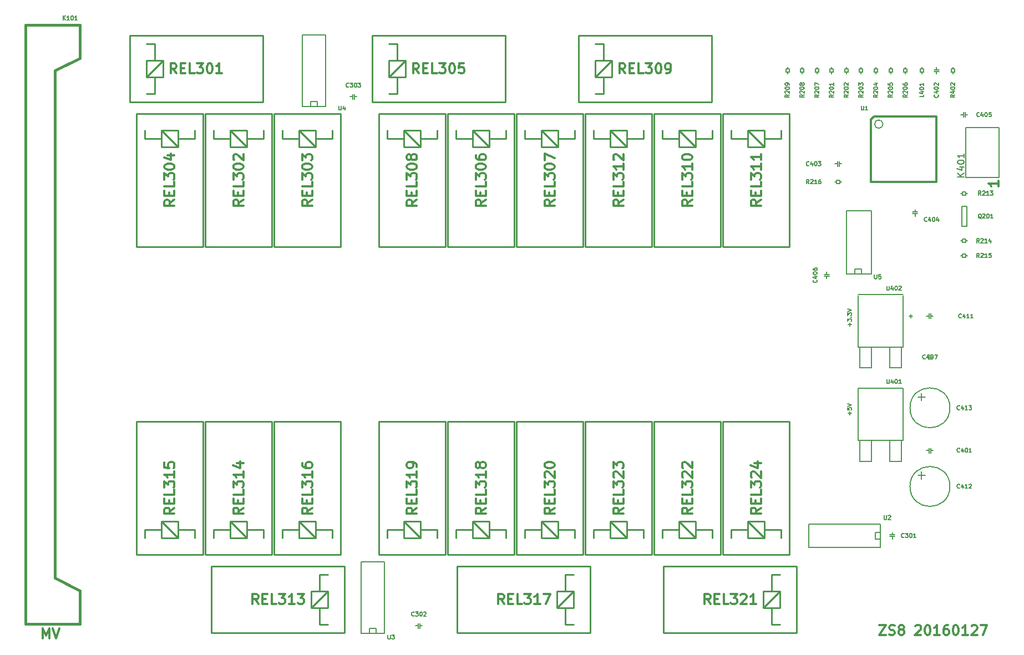
<source format=gto>
G04 #@! TF.GenerationSoftware,KiCad,Pcbnew,(5.1.5)-3*
G04 #@! TF.CreationDate,2021-08-30T19:46:45+02:00*
G04 #@! TF.ProjectId,zs8,7a73382e-6b69-4636-9164-5f7063625858,0421 - A*
G04 #@! TF.SameCoordinates,Original*
G04 #@! TF.FileFunction,Legend,Top*
G04 #@! TF.FilePolarity,Positive*
%FSLAX46Y46*%
G04 Gerber Fmt 4.6, Leading zero omitted, Abs format (unit mm)*
G04 Created by KiCad (PCBNEW (5.1.5)-3) date 2021-08-30 19:46:45*
%MOMM*%
%LPD*%
G04 APERTURE LIST*
%ADD10C,0.300000*%
%ADD11C,0.127000*%
%ADD12C,0.381000*%
%ADD13C,0.254000*%
%ADD14C,0.203200*%
%ADD15C,0.304800*%
%ADD16C,0.152400*%
G04 APERTURE END LIST*
D10*
X93107142Y-147928571D02*
X93107142Y-146428571D01*
X93607142Y-147500000D01*
X94107142Y-146428571D01*
X94107142Y-147928571D01*
X94607142Y-146428571D02*
X95107142Y-147928571D01*
X95607142Y-146428571D01*
X220785714Y-145928571D02*
X221785714Y-145928571D01*
X220785714Y-147428571D01*
X221785714Y-147428571D01*
X222285714Y-147357142D02*
X222500000Y-147428571D01*
X222857142Y-147428571D01*
X223000000Y-147357142D01*
X223071428Y-147285714D01*
X223142857Y-147142857D01*
X223142857Y-147000000D01*
X223071428Y-146857142D01*
X223000000Y-146785714D01*
X222857142Y-146714285D01*
X222571428Y-146642857D01*
X222428571Y-146571428D01*
X222357142Y-146500000D01*
X222285714Y-146357142D01*
X222285714Y-146214285D01*
X222357142Y-146071428D01*
X222428571Y-146000000D01*
X222571428Y-145928571D01*
X222928571Y-145928571D01*
X223142857Y-146000000D01*
X224000000Y-146571428D02*
X223857142Y-146500000D01*
X223785714Y-146428571D01*
X223714285Y-146285714D01*
X223714285Y-146214285D01*
X223785714Y-146071428D01*
X223857142Y-146000000D01*
X224000000Y-145928571D01*
X224285714Y-145928571D01*
X224428571Y-146000000D01*
X224500000Y-146071428D01*
X224571428Y-146214285D01*
X224571428Y-146285714D01*
X224500000Y-146428571D01*
X224428571Y-146500000D01*
X224285714Y-146571428D01*
X224000000Y-146571428D01*
X223857142Y-146642857D01*
X223785714Y-146714285D01*
X223714285Y-146857142D01*
X223714285Y-147142857D01*
X223785714Y-147285714D01*
X223857142Y-147357142D01*
X224000000Y-147428571D01*
X224285714Y-147428571D01*
X224428571Y-147357142D01*
X224500000Y-147285714D01*
X224571428Y-147142857D01*
X224571428Y-146857142D01*
X224500000Y-146714285D01*
X224428571Y-146642857D01*
X224285714Y-146571428D01*
X226285714Y-146071428D02*
X226357142Y-146000000D01*
X226500000Y-145928571D01*
X226857142Y-145928571D01*
X227000000Y-146000000D01*
X227071428Y-146071428D01*
X227142857Y-146214285D01*
X227142857Y-146357142D01*
X227071428Y-146571428D01*
X226214285Y-147428571D01*
X227142857Y-147428571D01*
X228071428Y-145928571D02*
X228214285Y-145928571D01*
X228357142Y-146000000D01*
X228428571Y-146071428D01*
X228500000Y-146214285D01*
X228571428Y-146500000D01*
X228571428Y-146857142D01*
X228500000Y-147142857D01*
X228428571Y-147285714D01*
X228357142Y-147357142D01*
X228214285Y-147428571D01*
X228071428Y-147428571D01*
X227928571Y-147357142D01*
X227857142Y-147285714D01*
X227785714Y-147142857D01*
X227714285Y-146857142D01*
X227714285Y-146500000D01*
X227785714Y-146214285D01*
X227857142Y-146071428D01*
X227928571Y-146000000D01*
X228071428Y-145928571D01*
X230000000Y-147428571D02*
X229142857Y-147428571D01*
X229571428Y-147428571D02*
X229571428Y-145928571D01*
X229428571Y-146142857D01*
X229285714Y-146285714D01*
X229142857Y-146357142D01*
X231285714Y-145928571D02*
X231000000Y-145928571D01*
X230857142Y-146000000D01*
X230785714Y-146071428D01*
X230642857Y-146285714D01*
X230571428Y-146571428D01*
X230571428Y-147142857D01*
X230642857Y-147285714D01*
X230714285Y-147357142D01*
X230857142Y-147428571D01*
X231142857Y-147428571D01*
X231285714Y-147357142D01*
X231357142Y-147285714D01*
X231428571Y-147142857D01*
X231428571Y-146785714D01*
X231357142Y-146642857D01*
X231285714Y-146571428D01*
X231142857Y-146500000D01*
X230857142Y-146500000D01*
X230714285Y-146571428D01*
X230642857Y-146642857D01*
X230571428Y-146785714D01*
X232357142Y-145928571D02*
X232500000Y-145928571D01*
X232642857Y-146000000D01*
X232714285Y-146071428D01*
X232785714Y-146214285D01*
X232857142Y-146500000D01*
X232857142Y-146857142D01*
X232785714Y-147142857D01*
X232714285Y-147285714D01*
X232642857Y-147357142D01*
X232500000Y-147428571D01*
X232357142Y-147428571D01*
X232214285Y-147357142D01*
X232142857Y-147285714D01*
X232071428Y-147142857D01*
X232000000Y-146857142D01*
X232000000Y-146500000D01*
X232071428Y-146214285D01*
X232142857Y-146071428D01*
X232214285Y-146000000D01*
X232357142Y-145928571D01*
X234285714Y-147428571D02*
X233428571Y-147428571D01*
X233857142Y-147428571D02*
X233857142Y-145928571D01*
X233714285Y-146142857D01*
X233571428Y-146285714D01*
X233428571Y-146357142D01*
X234857142Y-146071428D02*
X234928571Y-146000000D01*
X235071428Y-145928571D01*
X235428571Y-145928571D01*
X235571428Y-146000000D01*
X235642857Y-146071428D01*
X235714285Y-146214285D01*
X235714285Y-146357142D01*
X235642857Y-146571428D01*
X234785714Y-147428571D01*
X235714285Y-147428571D01*
X236214285Y-145928571D02*
X237214285Y-145928571D01*
X236571428Y-147428571D01*
D11*
X216295357Y-100270000D02*
X216295357Y-99786190D01*
X216537261Y-100028095D02*
X216053452Y-100028095D01*
X215902261Y-99544285D02*
X215902261Y-99151190D01*
X216144166Y-99362857D01*
X216144166Y-99272142D01*
X216174404Y-99211666D01*
X216204642Y-99181428D01*
X216265119Y-99151190D01*
X216416309Y-99151190D01*
X216476785Y-99181428D01*
X216507023Y-99211666D01*
X216537261Y-99272142D01*
X216537261Y-99453571D01*
X216507023Y-99514047D01*
X216476785Y-99544285D01*
X216476785Y-98879047D02*
X216507023Y-98848809D01*
X216537261Y-98879047D01*
X216507023Y-98909285D01*
X216476785Y-98879047D01*
X216537261Y-98879047D01*
X215902261Y-98637142D02*
X215902261Y-98244047D01*
X216144166Y-98455714D01*
X216144166Y-98365000D01*
X216174404Y-98304523D01*
X216204642Y-98274285D01*
X216265119Y-98244047D01*
X216416309Y-98244047D01*
X216476785Y-98274285D01*
X216507023Y-98304523D01*
X216537261Y-98365000D01*
X216537261Y-98546428D01*
X216507023Y-98606904D01*
X216476785Y-98637142D01*
X215902261Y-98062619D02*
X216537261Y-97850952D01*
X215902261Y-97639285D01*
X216295357Y-113816428D02*
X216295357Y-113332619D01*
X216537261Y-113574523D02*
X216053452Y-113574523D01*
X215902261Y-112727857D02*
X215902261Y-113030238D01*
X216204642Y-113060476D01*
X216174404Y-113030238D01*
X216144166Y-112969761D01*
X216144166Y-112818571D01*
X216174404Y-112758095D01*
X216204642Y-112727857D01*
X216265119Y-112697619D01*
X216416309Y-112697619D01*
X216476785Y-112727857D01*
X216507023Y-112758095D01*
X216537261Y-112818571D01*
X216537261Y-112969761D01*
X216507023Y-113030238D01*
X216476785Y-113060476D01*
X215902261Y-112516190D02*
X216537261Y-112304523D01*
X215902261Y-112092857D01*
D10*
X238928571Y-78071428D02*
X238928571Y-78928571D01*
X238928571Y-78500000D02*
X237428571Y-78500000D01*
X237642857Y-78642857D01*
X237785714Y-78785714D01*
X237857142Y-78928571D01*
D12*
X90475000Y-54280000D02*
X90475000Y-145720000D01*
X90475000Y-145720000D02*
X98730000Y-145720000D01*
X98730000Y-145720000D02*
X98730000Y-140640000D01*
X98730000Y-140640000D02*
X94920000Y-138735000D01*
X94920000Y-138735000D02*
X94920000Y-61265000D01*
X94920000Y-61265000D02*
X98730000Y-59360000D01*
X98730000Y-59360000D02*
X98730000Y-54280000D01*
X98730000Y-54280000D02*
X90475000Y-54280000D01*
D13*
X106340000Y-55920000D02*
X106340000Y-66080000D01*
X106340000Y-66080000D02*
X126660000Y-66080000D01*
X126660000Y-66080000D02*
X126660000Y-55920000D01*
X126660000Y-55920000D02*
X106340000Y-55920000D01*
X108880000Y-62270000D02*
X111420000Y-59730000D01*
X110150000Y-62270000D02*
X110150000Y-64810000D01*
X110150000Y-64810000D02*
X108880000Y-64810000D01*
X108880000Y-57190000D02*
X110150000Y-57190000D01*
X110150000Y-57190000D02*
X110150000Y-58460000D01*
X110150000Y-58460000D02*
X110150000Y-59730000D01*
X110150000Y-59730000D02*
X108880000Y-59730000D01*
X108880000Y-59730000D02*
X108880000Y-62270000D01*
X108880000Y-62270000D02*
X111420000Y-62270000D01*
X111420000Y-62270000D02*
X111420000Y-59730000D01*
X111420000Y-59730000D02*
X110150000Y-59730000D01*
X128080000Y-67840000D02*
X117920000Y-67840000D01*
X117920000Y-67840000D02*
X117920000Y-88160000D01*
X117920000Y-88160000D02*
X128080000Y-88160000D01*
X128080000Y-88160000D02*
X128080000Y-67840000D01*
X121730000Y-70380000D02*
X124270000Y-72920000D01*
X121730000Y-71650000D02*
X119190000Y-71650000D01*
X119190000Y-71650000D02*
X119190000Y-70380000D01*
X126810000Y-70380000D02*
X126810000Y-71650000D01*
X126810000Y-71650000D02*
X125540000Y-71650000D01*
X125540000Y-71650000D02*
X124270000Y-71650000D01*
X124270000Y-71650000D02*
X124270000Y-70380000D01*
X124270000Y-70380000D02*
X121730000Y-70380000D01*
X121730000Y-70380000D02*
X121730000Y-72920000D01*
X121730000Y-72920000D02*
X124270000Y-72920000D01*
X124270000Y-72920000D02*
X124270000Y-71650000D01*
X138580000Y-67840000D02*
X128420000Y-67840000D01*
X128420000Y-67840000D02*
X128420000Y-88160000D01*
X128420000Y-88160000D02*
X138580000Y-88160000D01*
X138580000Y-88160000D02*
X138580000Y-67840000D01*
X132230000Y-70380000D02*
X134770000Y-72920000D01*
X132230000Y-71650000D02*
X129690000Y-71650000D01*
X129690000Y-71650000D02*
X129690000Y-70380000D01*
X137310000Y-70380000D02*
X137310000Y-71650000D01*
X137310000Y-71650000D02*
X136040000Y-71650000D01*
X136040000Y-71650000D02*
X134770000Y-71650000D01*
X134770000Y-71650000D02*
X134770000Y-70380000D01*
X134770000Y-70380000D02*
X132230000Y-70380000D01*
X132230000Y-70380000D02*
X132230000Y-72920000D01*
X132230000Y-72920000D02*
X134770000Y-72920000D01*
X134770000Y-72920000D02*
X134770000Y-71650000D01*
X117580000Y-67840000D02*
X107420000Y-67840000D01*
X107420000Y-67840000D02*
X107420000Y-88160000D01*
X107420000Y-88160000D02*
X117580000Y-88160000D01*
X117580000Y-88160000D02*
X117580000Y-67840000D01*
X111230000Y-70380000D02*
X113770000Y-72920000D01*
X111230000Y-71650000D02*
X108690000Y-71650000D01*
X108690000Y-71650000D02*
X108690000Y-70380000D01*
X116310000Y-70380000D02*
X116310000Y-71650000D01*
X116310000Y-71650000D02*
X115040000Y-71650000D01*
X115040000Y-71650000D02*
X113770000Y-71650000D01*
X113770000Y-71650000D02*
X113770000Y-70380000D01*
X113770000Y-70380000D02*
X111230000Y-70380000D01*
X111230000Y-70380000D02*
X111230000Y-72920000D01*
X111230000Y-72920000D02*
X113770000Y-72920000D01*
X113770000Y-72920000D02*
X113770000Y-71650000D01*
X143340000Y-55920000D02*
X143340000Y-66080000D01*
X143340000Y-66080000D02*
X163660000Y-66080000D01*
X163660000Y-66080000D02*
X163660000Y-55920000D01*
X163660000Y-55920000D02*
X143340000Y-55920000D01*
X145880000Y-62270000D02*
X148420000Y-59730000D01*
X147150000Y-62270000D02*
X147150000Y-64810000D01*
X147150000Y-64810000D02*
X145880000Y-64810000D01*
X145880000Y-57190000D02*
X147150000Y-57190000D01*
X147150000Y-57190000D02*
X147150000Y-58460000D01*
X147150000Y-58460000D02*
X147150000Y-59730000D01*
X147150000Y-59730000D02*
X145880000Y-59730000D01*
X145880000Y-59730000D02*
X145880000Y-62270000D01*
X145880000Y-62270000D02*
X148420000Y-62270000D01*
X148420000Y-62270000D02*
X148420000Y-59730000D01*
X148420000Y-59730000D02*
X147150000Y-59730000D01*
X165080000Y-67840000D02*
X154920000Y-67840000D01*
X154920000Y-67840000D02*
X154920000Y-88160000D01*
X154920000Y-88160000D02*
X165080000Y-88160000D01*
X165080000Y-88160000D02*
X165080000Y-67840000D01*
X158730000Y-70380000D02*
X161270000Y-72920000D01*
X158730000Y-71650000D02*
X156190000Y-71650000D01*
X156190000Y-71650000D02*
X156190000Y-70380000D01*
X163810000Y-70380000D02*
X163810000Y-71650000D01*
X163810000Y-71650000D02*
X162540000Y-71650000D01*
X162540000Y-71650000D02*
X161270000Y-71650000D01*
X161270000Y-71650000D02*
X161270000Y-70380000D01*
X161270000Y-70380000D02*
X158730000Y-70380000D01*
X158730000Y-70380000D02*
X158730000Y-72920000D01*
X158730000Y-72920000D02*
X161270000Y-72920000D01*
X161270000Y-72920000D02*
X161270000Y-71650000D01*
X175580000Y-67840000D02*
X165420000Y-67840000D01*
X165420000Y-67840000D02*
X165420000Y-88160000D01*
X165420000Y-88160000D02*
X175580000Y-88160000D01*
X175580000Y-88160000D02*
X175580000Y-67840000D01*
X169230000Y-70380000D02*
X171770000Y-72920000D01*
X169230000Y-71650000D02*
X166690000Y-71650000D01*
X166690000Y-71650000D02*
X166690000Y-70380000D01*
X174310000Y-70380000D02*
X174310000Y-71650000D01*
X174310000Y-71650000D02*
X173040000Y-71650000D01*
X173040000Y-71650000D02*
X171770000Y-71650000D01*
X171770000Y-71650000D02*
X171770000Y-70380000D01*
X171770000Y-70380000D02*
X169230000Y-70380000D01*
X169230000Y-70380000D02*
X169230000Y-72920000D01*
X169230000Y-72920000D02*
X171770000Y-72920000D01*
X171770000Y-72920000D02*
X171770000Y-71650000D01*
X154580000Y-67840000D02*
X144420000Y-67840000D01*
X144420000Y-67840000D02*
X144420000Y-88160000D01*
X144420000Y-88160000D02*
X154580000Y-88160000D01*
X154580000Y-88160000D02*
X154580000Y-67840000D01*
X148230000Y-70380000D02*
X150770000Y-72920000D01*
X148230000Y-71650000D02*
X145690000Y-71650000D01*
X145690000Y-71650000D02*
X145690000Y-70380000D01*
X153310000Y-70380000D02*
X153310000Y-71650000D01*
X153310000Y-71650000D02*
X152040000Y-71650000D01*
X152040000Y-71650000D02*
X150770000Y-71650000D01*
X150770000Y-71650000D02*
X150770000Y-70380000D01*
X150770000Y-70380000D02*
X148230000Y-70380000D01*
X148230000Y-70380000D02*
X148230000Y-72920000D01*
X148230000Y-72920000D02*
X150770000Y-72920000D01*
X150770000Y-72920000D02*
X150770000Y-71650000D01*
X174840000Y-55920000D02*
X174840000Y-66080000D01*
X174840000Y-66080000D02*
X195160000Y-66080000D01*
X195160000Y-66080000D02*
X195160000Y-55920000D01*
X195160000Y-55920000D02*
X174840000Y-55920000D01*
X177380000Y-62270000D02*
X179920000Y-59730000D01*
X178650000Y-62270000D02*
X178650000Y-64810000D01*
X178650000Y-64810000D02*
X177380000Y-64810000D01*
X177380000Y-57190000D02*
X178650000Y-57190000D01*
X178650000Y-57190000D02*
X178650000Y-58460000D01*
X178650000Y-58460000D02*
X178650000Y-59730000D01*
X178650000Y-59730000D02*
X177380000Y-59730000D01*
X177380000Y-59730000D02*
X177380000Y-62270000D01*
X177380000Y-62270000D02*
X179920000Y-62270000D01*
X179920000Y-62270000D02*
X179920000Y-59730000D01*
X179920000Y-59730000D02*
X178650000Y-59730000D01*
X196580000Y-67840000D02*
X186420000Y-67840000D01*
X186420000Y-67840000D02*
X186420000Y-88160000D01*
X186420000Y-88160000D02*
X196580000Y-88160000D01*
X196580000Y-88160000D02*
X196580000Y-67840000D01*
X190230000Y-70380000D02*
X192770000Y-72920000D01*
X190230000Y-71650000D02*
X187690000Y-71650000D01*
X187690000Y-71650000D02*
X187690000Y-70380000D01*
X195310000Y-70380000D02*
X195310000Y-71650000D01*
X195310000Y-71650000D02*
X194040000Y-71650000D01*
X194040000Y-71650000D02*
X192770000Y-71650000D01*
X192770000Y-71650000D02*
X192770000Y-70380000D01*
X192770000Y-70380000D02*
X190230000Y-70380000D01*
X190230000Y-70380000D02*
X190230000Y-72920000D01*
X190230000Y-72920000D02*
X192770000Y-72920000D01*
X192770000Y-72920000D02*
X192770000Y-71650000D01*
X207080000Y-67840000D02*
X196920000Y-67840000D01*
X196920000Y-67840000D02*
X196920000Y-88160000D01*
X196920000Y-88160000D02*
X207080000Y-88160000D01*
X207080000Y-88160000D02*
X207080000Y-67840000D01*
X200730000Y-70380000D02*
X203270000Y-72920000D01*
X200730000Y-71650000D02*
X198190000Y-71650000D01*
X198190000Y-71650000D02*
X198190000Y-70380000D01*
X205810000Y-70380000D02*
X205810000Y-71650000D01*
X205810000Y-71650000D02*
X204540000Y-71650000D01*
X204540000Y-71650000D02*
X203270000Y-71650000D01*
X203270000Y-71650000D02*
X203270000Y-70380000D01*
X203270000Y-70380000D02*
X200730000Y-70380000D01*
X200730000Y-70380000D02*
X200730000Y-72920000D01*
X200730000Y-72920000D02*
X203270000Y-72920000D01*
X203270000Y-72920000D02*
X203270000Y-71650000D01*
X186080000Y-67840000D02*
X175920000Y-67840000D01*
X175920000Y-67840000D02*
X175920000Y-88160000D01*
X175920000Y-88160000D02*
X186080000Y-88160000D01*
X186080000Y-88160000D02*
X186080000Y-67840000D01*
X179730000Y-70380000D02*
X182270000Y-72920000D01*
X179730000Y-71650000D02*
X177190000Y-71650000D01*
X177190000Y-71650000D02*
X177190000Y-70380000D01*
X184810000Y-70380000D02*
X184810000Y-71650000D01*
X184810000Y-71650000D02*
X183540000Y-71650000D01*
X183540000Y-71650000D02*
X182270000Y-71650000D01*
X182270000Y-71650000D02*
X182270000Y-70380000D01*
X182270000Y-70380000D02*
X179730000Y-70380000D01*
X179730000Y-70380000D02*
X179730000Y-72920000D01*
X179730000Y-72920000D02*
X182270000Y-72920000D01*
X182270000Y-72920000D02*
X182270000Y-71650000D01*
X139160000Y-147080000D02*
X139160000Y-136920000D01*
X139160000Y-136920000D02*
X118840000Y-136920000D01*
X118840000Y-136920000D02*
X118840000Y-147080000D01*
X118840000Y-147080000D02*
X139160000Y-147080000D01*
X136620000Y-140730000D02*
X134080000Y-143270000D01*
X135350000Y-140730000D02*
X135350000Y-138190000D01*
X135350000Y-138190000D02*
X136620000Y-138190000D01*
X136620000Y-145810000D02*
X135350000Y-145810000D01*
X135350000Y-145810000D02*
X135350000Y-144540000D01*
X135350000Y-144540000D02*
X135350000Y-143270000D01*
X135350000Y-143270000D02*
X136620000Y-143270000D01*
X136620000Y-143270000D02*
X136620000Y-140730000D01*
X136620000Y-140730000D02*
X134080000Y-140730000D01*
X134080000Y-140730000D02*
X134080000Y-143270000D01*
X134080000Y-143270000D02*
X135350000Y-143270000D01*
X117920000Y-135160000D02*
X128080000Y-135160000D01*
X128080000Y-135160000D02*
X128080000Y-114840000D01*
X128080000Y-114840000D02*
X117920000Y-114840000D01*
X117920000Y-114840000D02*
X117920000Y-135160000D01*
X124270000Y-132620000D02*
X121730000Y-130080000D01*
X124270000Y-131350000D02*
X126810000Y-131350000D01*
X126810000Y-131350000D02*
X126810000Y-132620000D01*
X119190000Y-132620000D02*
X119190000Y-131350000D01*
X119190000Y-131350000D02*
X120460000Y-131350000D01*
X120460000Y-131350000D02*
X121730000Y-131350000D01*
X121730000Y-131350000D02*
X121730000Y-132620000D01*
X121730000Y-132620000D02*
X124270000Y-132620000D01*
X124270000Y-132620000D02*
X124270000Y-130080000D01*
X124270000Y-130080000D02*
X121730000Y-130080000D01*
X121730000Y-130080000D02*
X121730000Y-131350000D01*
X107420000Y-135160000D02*
X117580000Y-135160000D01*
X117580000Y-135160000D02*
X117580000Y-114840000D01*
X117580000Y-114840000D02*
X107420000Y-114840000D01*
X107420000Y-114840000D02*
X107420000Y-135160000D01*
X113770000Y-132620000D02*
X111230000Y-130080000D01*
X113770000Y-131350000D02*
X116310000Y-131350000D01*
X116310000Y-131350000D02*
X116310000Y-132620000D01*
X108690000Y-132620000D02*
X108690000Y-131350000D01*
X108690000Y-131350000D02*
X109960000Y-131350000D01*
X109960000Y-131350000D02*
X111230000Y-131350000D01*
X111230000Y-131350000D02*
X111230000Y-132620000D01*
X111230000Y-132620000D02*
X113770000Y-132620000D01*
X113770000Y-132620000D02*
X113770000Y-130080000D01*
X113770000Y-130080000D02*
X111230000Y-130080000D01*
X111230000Y-130080000D02*
X111230000Y-131350000D01*
X128420000Y-135160000D02*
X138580000Y-135160000D01*
X138580000Y-135160000D02*
X138580000Y-114840000D01*
X138580000Y-114840000D02*
X128420000Y-114840000D01*
X128420000Y-114840000D02*
X128420000Y-135160000D01*
X134770000Y-132620000D02*
X132230000Y-130080000D01*
X134770000Y-131350000D02*
X137310000Y-131350000D01*
X137310000Y-131350000D02*
X137310000Y-132620000D01*
X129690000Y-132620000D02*
X129690000Y-131350000D01*
X129690000Y-131350000D02*
X130960000Y-131350000D01*
X130960000Y-131350000D02*
X132230000Y-131350000D01*
X132230000Y-131350000D02*
X132230000Y-132620000D01*
X132230000Y-132620000D02*
X134770000Y-132620000D01*
X134770000Y-132620000D02*
X134770000Y-130080000D01*
X134770000Y-130080000D02*
X132230000Y-130080000D01*
X132230000Y-130080000D02*
X132230000Y-131350000D01*
X176660000Y-147080000D02*
X176660000Y-136920000D01*
X176660000Y-136920000D02*
X156340000Y-136920000D01*
X156340000Y-136920000D02*
X156340000Y-147080000D01*
X156340000Y-147080000D02*
X176660000Y-147080000D01*
X174120000Y-140730000D02*
X171580000Y-143270000D01*
X172850000Y-140730000D02*
X172850000Y-138190000D01*
X172850000Y-138190000D02*
X174120000Y-138190000D01*
X174120000Y-145810000D02*
X172850000Y-145810000D01*
X172850000Y-145810000D02*
X172850000Y-144540000D01*
X172850000Y-144540000D02*
X172850000Y-143270000D01*
X172850000Y-143270000D02*
X174120000Y-143270000D01*
X174120000Y-143270000D02*
X174120000Y-140730000D01*
X174120000Y-140730000D02*
X171580000Y-140730000D01*
X171580000Y-140730000D02*
X171580000Y-143270000D01*
X171580000Y-143270000D02*
X172850000Y-143270000D01*
X154920000Y-135160000D02*
X165080000Y-135160000D01*
X165080000Y-135160000D02*
X165080000Y-114840000D01*
X165080000Y-114840000D02*
X154920000Y-114840000D01*
X154920000Y-114840000D02*
X154920000Y-135160000D01*
X161270000Y-132620000D02*
X158730000Y-130080000D01*
X161270000Y-131350000D02*
X163810000Y-131350000D01*
X163810000Y-131350000D02*
X163810000Y-132620000D01*
X156190000Y-132620000D02*
X156190000Y-131350000D01*
X156190000Y-131350000D02*
X157460000Y-131350000D01*
X157460000Y-131350000D02*
X158730000Y-131350000D01*
X158730000Y-131350000D02*
X158730000Y-132620000D01*
X158730000Y-132620000D02*
X161270000Y-132620000D01*
X161270000Y-132620000D02*
X161270000Y-130080000D01*
X161270000Y-130080000D02*
X158730000Y-130080000D01*
X158730000Y-130080000D02*
X158730000Y-131350000D01*
X144420000Y-135160000D02*
X154580000Y-135160000D01*
X154580000Y-135160000D02*
X154580000Y-114840000D01*
X154580000Y-114840000D02*
X144420000Y-114840000D01*
X144420000Y-114840000D02*
X144420000Y-135160000D01*
X150770000Y-132620000D02*
X148230000Y-130080000D01*
X150770000Y-131350000D02*
X153310000Y-131350000D01*
X153310000Y-131350000D02*
X153310000Y-132620000D01*
X145690000Y-132620000D02*
X145690000Y-131350000D01*
X145690000Y-131350000D02*
X146960000Y-131350000D01*
X146960000Y-131350000D02*
X148230000Y-131350000D01*
X148230000Y-131350000D02*
X148230000Y-132620000D01*
X148230000Y-132620000D02*
X150770000Y-132620000D01*
X150770000Y-132620000D02*
X150770000Y-130080000D01*
X150770000Y-130080000D02*
X148230000Y-130080000D01*
X148230000Y-130080000D02*
X148230000Y-131350000D01*
X165420000Y-135160000D02*
X175580000Y-135160000D01*
X175580000Y-135160000D02*
X175580000Y-114840000D01*
X175580000Y-114840000D02*
X165420000Y-114840000D01*
X165420000Y-114840000D02*
X165420000Y-135160000D01*
X171770000Y-132620000D02*
X169230000Y-130080000D01*
X171770000Y-131350000D02*
X174310000Y-131350000D01*
X174310000Y-131350000D02*
X174310000Y-132620000D01*
X166690000Y-132620000D02*
X166690000Y-131350000D01*
X166690000Y-131350000D02*
X167960000Y-131350000D01*
X167960000Y-131350000D02*
X169230000Y-131350000D01*
X169230000Y-131350000D02*
X169230000Y-132620000D01*
X169230000Y-132620000D02*
X171770000Y-132620000D01*
X171770000Y-132620000D02*
X171770000Y-130080000D01*
X171770000Y-130080000D02*
X169230000Y-130080000D01*
X169230000Y-130080000D02*
X169230000Y-131350000D01*
X208160000Y-147080000D02*
X208160000Y-136920000D01*
X208160000Y-136920000D02*
X187840000Y-136920000D01*
X187840000Y-136920000D02*
X187840000Y-147080000D01*
X187840000Y-147080000D02*
X208160000Y-147080000D01*
X205620000Y-140730000D02*
X203080000Y-143270000D01*
X204350000Y-140730000D02*
X204350000Y-138190000D01*
X204350000Y-138190000D02*
X205620000Y-138190000D01*
X205620000Y-145810000D02*
X204350000Y-145810000D01*
X204350000Y-145810000D02*
X204350000Y-144540000D01*
X204350000Y-144540000D02*
X204350000Y-143270000D01*
X204350000Y-143270000D02*
X205620000Y-143270000D01*
X205620000Y-143270000D02*
X205620000Y-140730000D01*
X205620000Y-140730000D02*
X203080000Y-140730000D01*
X203080000Y-140730000D02*
X203080000Y-143270000D01*
X203080000Y-143270000D02*
X204350000Y-143270000D01*
X186420000Y-135160000D02*
X196580000Y-135160000D01*
X196580000Y-135160000D02*
X196580000Y-114840000D01*
X196580000Y-114840000D02*
X186420000Y-114840000D01*
X186420000Y-114840000D02*
X186420000Y-135160000D01*
X192770000Y-132620000D02*
X190230000Y-130080000D01*
X192770000Y-131350000D02*
X195310000Y-131350000D01*
X195310000Y-131350000D02*
X195310000Y-132620000D01*
X187690000Y-132620000D02*
X187690000Y-131350000D01*
X187690000Y-131350000D02*
X188960000Y-131350000D01*
X188960000Y-131350000D02*
X190230000Y-131350000D01*
X190230000Y-131350000D02*
X190230000Y-132620000D01*
X190230000Y-132620000D02*
X192770000Y-132620000D01*
X192770000Y-132620000D02*
X192770000Y-130080000D01*
X192770000Y-130080000D02*
X190230000Y-130080000D01*
X190230000Y-130080000D02*
X190230000Y-131350000D01*
X175920000Y-135160000D02*
X186080000Y-135160000D01*
X186080000Y-135160000D02*
X186080000Y-114840000D01*
X186080000Y-114840000D02*
X175920000Y-114840000D01*
X175920000Y-114840000D02*
X175920000Y-135160000D01*
X182270000Y-132620000D02*
X179730000Y-130080000D01*
X182270000Y-131350000D02*
X184810000Y-131350000D01*
X184810000Y-131350000D02*
X184810000Y-132620000D01*
X177190000Y-132620000D02*
X177190000Y-131350000D01*
X177190000Y-131350000D02*
X178460000Y-131350000D01*
X178460000Y-131350000D02*
X179730000Y-131350000D01*
X179730000Y-131350000D02*
X179730000Y-132620000D01*
X179730000Y-132620000D02*
X182270000Y-132620000D01*
X182270000Y-132620000D02*
X182270000Y-130080000D01*
X182270000Y-130080000D02*
X179730000Y-130080000D01*
X179730000Y-130080000D02*
X179730000Y-131350000D01*
X196920000Y-135160000D02*
X207080000Y-135160000D01*
X207080000Y-135160000D02*
X207080000Y-114840000D01*
X207080000Y-114840000D02*
X196920000Y-114840000D01*
X196920000Y-114840000D02*
X196920000Y-135160000D01*
X203270000Y-132620000D02*
X200730000Y-130080000D01*
X203270000Y-131350000D02*
X205810000Y-131350000D01*
X205810000Y-131350000D02*
X205810000Y-132620000D01*
X198190000Y-132620000D02*
X198190000Y-131350000D01*
X198190000Y-131350000D02*
X199460000Y-131350000D01*
X199460000Y-131350000D02*
X200730000Y-131350000D01*
X200730000Y-131350000D02*
X200730000Y-132620000D01*
X200730000Y-132620000D02*
X203270000Y-132620000D01*
X203270000Y-132620000D02*
X203270000Y-130080000D01*
X203270000Y-130080000D02*
X200730000Y-130080000D01*
X200730000Y-130080000D02*
X200730000Y-131350000D01*
D11*
X228627000Y-119250000D02*
X229008000Y-119250000D01*
X228627000Y-118869000D02*
X228627000Y-119631000D01*
X227992000Y-119250000D02*
X228373000Y-119250000D01*
X228373000Y-119250000D02*
X228373000Y-118869000D01*
X228373000Y-118869000D02*
X228373000Y-119631000D01*
X229500000Y-61123000D02*
X229500000Y-60742000D01*
X229119000Y-61123000D02*
X229881000Y-61123000D01*
X229500000Y-61758000D02*
X229500000Y-61377000D01*
X229500000Y-61377000D02*
X229119000Y-61377000D01*
X229119000Y-61377000D02*
X229881000Y-61377000D01*
X214373000Y-75500000D02*
X213992000Y-75500000D01*
X214373000Y-75881000D02*
X214373000Y-75119000D01*
X215008000Y-75500000D02*
X214627000Y-75500000D01*
X214627000Y-75500000D02*
X214627000Y-75881000D01*
X214627000Y-75881000D02*
X214627000Y-75119000D01*
X226250000Y-83127000D02*
X226250000Y-83508000D01*
X226631000Y-83127000D02*
X225869000Y-83127000D01*
X226250000Y-82492000D02*
X226250000Y-82873000D01*
X226250000Y-82873000D02*
X226631000Y-82873000D01*
X226631000Y-82873000D02*
X225869000Y-82873000D01*
X233877000Y-68000000D02*
X234258000Y-68000000D01*
X233877000Y-67619000D02*
X233877000Y-68381000D01*
X233242000Y-68000000D02*
X233623000Y-68000000D01*
X233623000Y-68000000D02*
X233623000Y-67619000D01*
X233623000Y-67619000D02*
X233623000Y-68381000D01*
X212750000Y-92627000D02*
X212750000Y-93008000D01*
X213131000Y-92627000D02*
X212369000Y-92627000D01*
X212750000Y-91992000D02*
X212750000Y-92373000D01*
X212750000Y-92373000D02*
X213131000Y-92373000D01*
X213131000Y-92373000D02*
X212369000Y-92373000D01*
X228627000Y-105000000D02*
X229008000Y-105000000D01*
X228627000Y-104619000D02*
X228627000Y-105381000D01*
X227992000Y-105000000D02*
X228373000Y-105000000D01*
X228373000Y-105000000D02*
X228373000Y-104619000D01*
X228373000Y-104619000D02*
X228373000Y-105381000D01*
X225833000Y-98750000D02*
X225325000Y-98750000D01*
X225579000Y-99004000D02*
X225579000Y-98496000D01*
X228373000Y-98750000D02*
X227992000Y-98750000D01*
X228373000Y-99131000D02*
X228373000Y-98369000D01*
X229008000Y-98750000D02*
X228627000Y-98750000D01*
X228627000Y-98750000D02*
X228627000Y-99131000D01*
X228627000Y-99131000D02*
X228627000Y-98369000D01*
D14*
X231548000Y-124750000D02*
G75*
G03X231548000Y-124750000I-3048000J0D01*
G01*
X231548000Y-112750000D02*
G75*
G03X231548000Y-112750000I-3048000J0D01*
G01*
X239040000Y-69940000D02*
X239040000Y-77560000D01*
X233960000Y-77560000D02*
X233960000Y-69940000D01*
X233960000Y-69940000D02*
X239040000Y-69940000D01*
X239040000Y-77560000D02*
X233960000Y-77560000D01*
D11*
X227250000Y-61504000D02*
X227250000Y-61758000D01*
X227250000Y-60742000D02*
X227250000Y-60996000D01*
X227504000Y-60996000D02*
X227123000Y-60996000D01*
X227123000Y-60996000D02*
X226996000Y-60996000D01*
X226996000Y-60996000D02*
X226996000Y-61504000D01*
X226996000Y-61504000D02*
X227504000Y-61504000D01*
X227504000Y-61504000D02*
X227504000Y-60996000D01*
X233369000Y-85024000D02*
X233369000Y-81976000D01*
X233369000Y-81976000D02*
X234131000Y-81976000D01*
X234131000Y-81976000D02*
X234131000Y-85024000D01*
X234131000Y-85024000D02*
X233369000Y-85024000D01*
X233496000Y-80000000D02*
X233242000Y-80000000D01*
X234258000Y-80000000D02*
X234004000Y-80000000D01*
X234004000Y-80254000D02*
X234004000Y-79873000D01*
X234004000Y-79873000D02*
X234004000Y-79746000D01*
X234004000Y-79746000D02*
X233496000Y-79746000D01*
X233496000Y-79746000D02*
X233496000Y-80254000D01*
X233496000Y-80254000D02*
X234004000Y-80254000D01*
X233496000Y-87250000D02*
X233242000Y-87250000D01*
X234258000Y-87250000D02*
X234004000Y-87250000D01*
X234004000Y-87504000D02*
X234004000Y-87123000D01*
X234004000Y-87123000D02*
X234004000Y-86996000D01*
X234004000Y-86996000D02*
X233496000Y-86996000D01*
X233496000Y-86996000D02*
X233496000Y-87504000D01*
X233496000Y-87504000D02*
X234004000Y-87504000D01*
X234004000Y-89500000D02*
X234258000Y-89500000D01*
X233242000Y-89500000D02*
X233496000Y-89500000D01*
X233496000Y-89246000D02*
X233496000Y-89627000D01*
X233496000Y-89627000D02*
X233496000Y-89754000D01*
X233496000Y-89754000D02*
X234004000Y-89754000D01*
X234004000Y-89754000D02*
X234004000Y-89246000D01*
X234004000Y-89246000D02*
X233496000Y-89246000D01*
X232000000Y-61504000D02*
X232000000Y-61758000D01*
X232000000Y-60742000D02*
X232000000Y-60996000D01*
X232254000Y-60996000D02*
X231873000Y-60996000D01*
X231873000Y-60996000D02*
X231746000Y-60996000D01*
X231746000Y-60996000D02*
X231746000Y-61504000D01*
X231746000Y-61504000D02*
X232254000Y-61504000D01*
X232254000Y-61504000D02*
X232254000Y-60996000D01*
D15*
X229503800Y-68246200D02*
X229503800Y-78253800D01*
X229503800Y-78253800D02*
X219496200Y-78253800D01*
X219496200Y-68728800D02*
X219496200Y-78253800D01*
X219978800Y-68246200D02*
X229503800Y-68246200D01*
X219496200Y-68728800D02*
X219978800Y-68246200D01*
D14*
X221325000Y-69440000D02*
G75*
G03X221325000Y-69440000I-635000J0D01*
G01*
X220961000Y-134028000D02*
X210039000Y-134028000D01*
X210039000Y-134028000D02*
X210039000Y-130472000D01*
X210039000Y-130472000D02*
X220961000Y-130472000D01*
X220961000Y-130472000D02*
X220961000Y-134028000D01*
X220961000Y-132758000D02*
X220199000Y-132758000D01*
X220199000Y-132758000D02*
X220199000Y-131742000D01*
X220199000Y-131742000D02*
X220961000Y-131742000D01*
X141722000Y-147211000D02*
X141722000Y-136289000D01*
X141722000Y-136289000D02*
X145278000Y-136289000D01*
X145278000Y-136289000D02*
X145278000Y-147211000D01*
X145278000Y-147211000D02*
X141722000Y-147211000D01*
X142992000Y-147211000D02*
X142992000Y-146449000D01*
X142992000Y-146449000D02*
X144008000Y-146449000D01*
X144008000Y-146449000D02*
X144008000Y-147211000D01*
X132722000Y-66711000D02*
X132722000Y-55789000D01*
X132722000Y-55789000D02*
X136278000Y-55789000D01*
X136278000Y-55789000D02*
X136278000Y-66711000D01*
X136278000Y-66711000D02*
X132722000Y-66711000D01*
X133992000Y-66711000D02*
X133992000Y-65949000D01*
X133992000Y-65949000D02*
X135008000Y-65949000D01*
X135008000Y-65949000D02*
X135008000Y-66711000D01*
D11*
X222397000Y-117726000D02*
X222397000Y-120901000D01*
X222397000Y-120901000D02*
X224175000Y-120901000D01*
X224175000Y-120901000D02*
X224175000Y-117726000D01*
X217825000Y-117726000D02*
X217825000Y-120901000D01*
X217825000Y-120901000D02*
X219603000Y-120901000D01*
X219603000Y-120901000D02*
X219603000Y-117726000D01*
X224429000Y-111630000D02*
X224429000Y-117726000D01*
X224429000Y-117726000D02*
X217571000Y-117726000D01*
X217571000Y-117726000D02*
X217571000Y-109852000D01*
X217571000Y-109725000D02*
X224429000Y-109725000D01*
X224429000Y-109852000D02*
X224429000Y-111630000D01*
D14*
X215722000Y-92326000D02*
X215722000Y-82674000D01*
X215722000Y-82674000D02*
X219532000Y-82674000D01*
X219532000Y-82674000D02*
X219532000Y-92326000D01*
X219532000Y-92326000D02*
X215722000Y-92326000D01*
X216992000Y-92326000D02*
X216992000Y-91564000D01*
X216992000Y-91564000D02*
X218008000Y-91564000D01*
X218008000Y-91564000D02*
X218008000Y-92326000D01*
D11*
X214754000Y-78250000D02*
X215008000Y-78250000D01*
X213992000Y-78250000D02*
X214246000Y-78250000D01*
X214246000Y-77996000D02*
X214246000Y-78377000D01*
X214246000Y-78377000D02*
X214246000Y-78504000D01*
X214246000Y-78504000D02*
X214754000Y-78504000D01*
X214754000Y-78504000D02*
X214754000Y-77996000D01*
X214754000Y-77996000D02*
X214246000Y-77996000D01*
X213500000Y-60996000D02*
X213500000Y-60742000D01*
X213500000Y-61758000D02*
X213500000Y-61504000D01*
X213246000Y-61504000D02*
X213627000Y-61504000D01*
X213627000Y-61504000D02*
X213754000Y-61504000D01*
X213754000Y-61504000D02*
X213754000Y-60996000D01*
X213754000Y-60996000D02*
X213246000Y-60996000D01*
X213246000Y-60996000D02*
X213246000Y-61504000D01*
X215750000Y-60996000D02*
X215750000Y-60742000D01*
X215750000Y-61758000D02*
X215750000Y-61504000D01*
X215496000Y-61504000D02*
X215877000Y-61504000D01*
X215877000Y-61504000D02*
X216004000Y-61504000D01*
X216004000Y-61504000D02*
X216004000Y-60996000D01*
X216004000Y-60996000D02*
X215496000Y-60996000D01*
X215496000Y-60996000D02*
X215496000Y-61504000D01*
X218000000Y-60996000D02*
X218000000Y-60742000D01*
X218000000Y-61758000D02*
X218000000Y-61504000D01*
X217746000Y-61504000D02*
X218127000Y-61504000D01*
X218127000Y-61504000D02*
X218254000Y-61504000D01*
X218254000Y-61504000D02*
X218254000Y-60996000D01*
X218254000Y-60996000D02*
X217746000Y-60996000D01*
X217746000Y-60996000D02*
X217746000Y-61504000D01*
X220250000Y-60996000D02*
X220250000Y-60742000D01*
X220250000Y-61758000D02*
X220250000Y-61504000D01*
X219996000Y-61504000D02*
X220377000Y-61504000D01*
X220377000Y-61504000D02*
X220504000Y-61504000D01*
X220504000Y-61504000D02*
X220504000Y-60996000D01*
X220504000Y-60996000D02*
X219996000Y-60996000D01*
X219996000Y-60996000D02*
X219996000Y-61504000D01*
X222500000Y-60996000D02*
X222500000Y-60742000D01*
X222500000Y-61758000D02*
X222500000Y-61504000D01*
X222246000Y-61504000D02*
X222627000Y-61504000D01*
X222627000Y-61504000D02*
X222754000Y-61504000D01*
X222754000Y-61504000D02*
X222754000Y-60996000D01*
X222754000Y-60996000D02*
X222246000Y-60996000D01*
X222246000Y-60996000D02*
X222246000Y-61504000D01*
X224750000Y-60996000D02*
X224750000Y-60742000D01*
X224750000Y-61758000D02*
X224750000Y-61504000D01*
X224496000Y-61504000D02*
X224877000Y-61504000D01*
X224877000Y-61504000D02*
X225004000Y-61504000D01*
X225004000Y-61504000D02*
X225004000Y-60996000D01*
X225004000Y-60996000D02*
X224496000Y-60996000D01*
X224496000Y-60996000D02*
X224496000Y-61504000D01*
X211250000Y-60996000D02*
X211250000Y-60742000D01*
X211250000Y-61758000D02*
X211250000Y-61504000D01*
X210996000Y-61504000D02*
X211377000Y-61504000D01*
X211377000Y-61504000D02*
X211504000Y-61504000D01*
X211504000Y-61504000D02*
X211504000Y-60996000D01*
X211504000Y-60996000D02*
X210996000Y-60996000D01*
X210996000Y-60996000D02*
X210996000Y-61504000D01*
X209000000Y-60996000D02*
X209000000Y-60742000D01*
X209000000Y-61758000D02*
X209000000Y-61504000D01*
X208746000Y-61504000D02*
X209127000Y-61504000D01*
X209127000Y-61504000D02*
X209254000Y-61504000D01*
X209254000Y-61504000D02*
X209254000Y-60996000D01*
X209254000Y-60996000D02*
X208746000Y-60996000D01*
X208746000Y-60996000D02*
X208746000Y-61504000D01*
X206750000Y-60996000D02*
X206750000Y-60742000D01*
X206750000Y-61758000D02*
X206750000Y-61504000D01*
X206496000Y-61504000D02*
X206877000Y-61504000D01*
X206877000Y-61504000D02*
X207004000Y-61504000D01*
X207004000Y-61504000D02*
X207004000Y-60996000D01*
X207004000Y-60996000D02*
X206496000Y-60996000D01*
X206496000Y-60996000D02*
X206496000Y-61504000D01*
X222750000Y-132377000D02*
X222750000Y-132758000D01*
X223131000Y-132377000D02*
X222369000Y-132377000D01*
X222750000Y-131742000D02*
X222750000Y-132123000D01*
X222750000Y-132123000D02*
X223131000Y-132123000D01*
X223131000Y-132123000D02*
X222369000Y-132123000D01*
X150627000Y-146000000D02*
X151008000Y-146000000D01*
X150627000Y-145619000D02*
X150627000Y-146381000D01*
X149992000Y-146000000D02*
X150373000Y-146000000D01*
X150373000Y-146000000D02*
X150373000Y-145619000D01*
X150373000Y-145619000D02*
X150373000Y-146381000D01*
X140627000Y-65250000D02*
X141008000Y-65250000D01*
X140627000Y-64869000D02*
X140627000Y-65631000D01*
X139992000Y-65250000D02*
X140373000Y-65250000D01*
X140373000Y-65250000D02*
X140373000Y-64869000D01*
X140373000Y-64869000D02*
X140373000Y-65631000D01*
X222397000Y-103476000D02*
X222397000Y-106651000D01*
X222397000Y-106651000D02*
X224175000Y-106651000D01*
X224175000Y-106651000D02*
X224175000Y-103476000D01*
X217825000Y-103476000D02*
X217825000Y-106651000D01*
X217825000Y-106651000D02*
X219603000Y-106651000D01*
X219603000Y-106651000D02*
X219603000Y-103476000D01*
X224429000Y-97380000D02*
X224429000Y-103476000D01*
X224429000Y-103476000D02*
X217571000Y-103476000D01*
X217571000Y-103476000D02*
X217571000Y-95602000D01*
X217571000Y-95475000D02*
X224429000Y-95475000D01*
X224429000Y-95602000D02*
X224429000Y-97380000D01*
X96176547Y-53537261D02*
X96176547Y-52902261D01*
X96539404Y-53537261D02*
X96267261Y-53174404D01*
X96539404Y-52902261D02*
X96176547Y-53265119D01*
X97144166Y-53537261D02*
X96781309Y-53537261D01*
X96962738Y-53537261D02*
X96962738Y-52902261D01*
X96902261Y-52992976D01*
X96841785Y-53053452D01*
X96781309Y-53083690D01*
X97537261Y-52902261D02*
X97597738Y-52902261D01*
X97658214Y-52932500D01*
X97688452Y-52962738D01*
X97718690Y-53023214D01*
X97748928Y-53144166D01*
X97748928Y-53295357D01*
X97718690Y-53416309D01*
X97688452Y-53476785D01*
X97658214Y-53507023D01*
X97597738Y-53537261D01*
X97537261Y-53537261D01*
X97476785Y-53507023D01*
X97446547Y-53476785D01*
X97416309Y-53416309D01*
X97386071Y-53295357D01*
X97386071Y-53144166D01*
X97416309Y-53023214D01*
X97446547Y-52962738D01*
X97476785Y-52932500D01*
X97537261Y-52902261D01*
X98353690Y-53537261D02*
X97990833Y-53537261D01*
X98172261Y-53537261D02*
X98172261Y-52902261D01*
X98111785Y-52992976D01*
X98051309Y-53053452D01*
X97990833Y-53083690D01*
D15*
X113488285Y-61689428D02*
X112980285Y-60963714D01*
X112617428Y-61689428D02*
X112617428Y-60165428D01*
X113198000Y-60165428D01*
X113343142Y-60238000D01*
X113415714Y-60310571D01*
X113488285Y-60455714D01*
X113488285Y-60673428D01*
X113415714Y-60818571D01*
X113343142Y-60891142D01*
X113198000Y-60963714D01*
X112617428Y-60963714D01*
X114141428Y-60891142D02*
X114649428Y-60891142D01*
X114867142Y-61689428D02*
X114141428Y-61689428D01*
X114141428Y-60165428D01*
X114867142Y-60165428D01*
X116246000Y-61689428D02*
X115520285Y-61689428D01*
X115520285Y-60165428D01*
X116608857Y-60165428D02*
X117552285Y-60165428D01*
X117044285Y-60746000D01*
X117262000Y-60746000D01*
X117407142Y-60818571D01*
X117479714Y-60891142D01*
X117552285Y-61036285D01*
X117552285Y-61399142D01*
X117479714Y-61544285D01*
X117407142Y-61616857D01*
X117262000Y-61689428D01*
X116826571Y-61689428D01*
X116681428Y-61616857D01*
X116608857Y-61544285D01*
X118495714Y-60165428D02*
X118640857Y-60165428D01*
X118786000Y-60238000D01*
X118858571Y-60310571D01*
X118931142Y-60455714D01*
X119003714Y-60746000D01*
X119003714Y-61108857D01*
X118931142Y-61399142D01*
X118858571Y-61544285D01*
X118786000Y-61616857D01*
X118640857Y-61689428D01*
X118495714Y-61689428D01*
X118350571Y-61616857D01*
X118278000Y-61544285D01*
X118205428Y-61399142D01*
X118132857Y-61108857D01*
X118132857Y-60746000D01*
X118205428Y-60455714D01*
X118278000Y-60310571D01*
X118350571Y-60238000D01*
X118495714Y-60165428D01*
X120455142Y-61689428D02*
X119584285Y-61689428D01*
X120019714Y-61689428D02*
X120019714Y-60165428D01*
X119874571Y-60383142D01*
X119729428Y-60528285D01*
X119584285Y-60600857D01*
X123689428Y-81011714D02*
X122963714Y-81519714D01*
X123689428Y-81882571D02*
X122165428Y-81882571D01*
X122165428Y-81302000D01*
X122238000Y-81156857D01*
X122310571Y-81084285D01*
X122455714Y-81011714D01*
X122673428Y-81011714D01*
X122818571Y-81084285D01*
X122891142Y-81156857D01*
X122963714Y-81302000D01*
X122963714Y-81882571D01*
X122891142Y-80358571D02*
X122891142Y-79850571D01*
X123689428Y-79632857D02*
X123689428Y-80358571D01*
X122165428Y-80358571D01*
X122165428Y-79632857D01*
X123689428Y-78254000D02*
X123689428Y-78979714D01*
X122165428Y-78979714D01*
X122165428Y-77891142D02*
X122165428Y-76947714D01*
X122746000Y-77455714D01*
X122746000Y-77238000D01*
X122818571Y-77092857D01*
X122891142Y-77020285D01*
X123036285Y-76947714D01*
X123399142Y-76947714D01*
X123544285Y-77020285D01*
X123616857Y-77092857D01*
X123689428Y-77238000D01*
X123689428Y-77673428D01*
X123616857Y-77818571D01*
X123544285Y-77891142D01*
X122165428Y-76004285D02*
X122165428Y-75859142D01*
X122238000Y-75714000D01*
X122310571Y-75641428D01*
X122455714Y-75568857D01*
X122746000Y-75496285D01*
X123108857Y-75496285D01*
X123399142Y-75568857D01*
X123544285Y-75641428D01*
X123616857Y-75714000D01*
X123689428Y-75859142D01*
X123689428Y-76004285D01*
X123616857Y-76149428D01*
X123544285Y-76222000D01*
X123399142Y-76294571D01*
X123108857Y-76367142D01*
X122746000Y-76367142D01*
X122455714Y-76294571D01*
X122310571Y-76222000D01*
X122238000Y-76149428D01*
X122165428Y-76004285D01*
X122310571Y-74915714D02*
X122238000Y-74843142D01*
X122165428Y-74698000D01*
X122165428Y-74335142D01*
X122238000Y-74190000D01*
X122310571Y-74117428D01*
X122455714Y-74044857D01*
X122600857Y-74044857D01*
X122818571Y-74117428D01*
X123689428Y-74988285D01*
X123689428Y-74044857D01*
X134189428Y-81011714D02*
X133463714Y-81519714D01*
X134189428Y-81882571D02*
X132665428Y-81882571D01*
X132665428Y-81302000D01*
X132738000Y-81156857D01*
X132810571Y-81084285D01*
X132955714Y-81011714D01*
X133173428Y-81011714D01*
X133318571Y-81084285D01*
X133391142Y-81156857D01*
X133463714Y-81302000D01*
X133463714Y-81882571D01*
X133391142Y-80358571D02*
X133391142Y-79850571D01*
X134189428Y-79632857D02*
X134189428Y-80358571D01*
X132665428Y-80358571D01*
X132665428Y-79632857D01*
X134189428Y-78254000D02*
X134189428Y-78979714D01*
X132665428Y-78979714D01*
X132665428Y-77891142D02*
X132665428Y-76947714D01*
X133246000Y-77455714D01*
X133246000Y-77238000D01*
X133318571Y-77092857D01*
X133391142Y-77020285D01*
X133536285Y-76947714D01*
X133899142Y-76947714D01*
X134044285Y-77020285D01*
X134116857Y-77092857D01*
X134189428Y-77238000D01*
X134189428Y-77673428D01*
X134116857Y-77818571D01*
X134044285Y-77891142D01*
X132665428Y-76004285D02*
X132665428Y-75859142D01*
X132738000Y-75714000D01*
X132810571Y-75641428D01*
X132955714Y-75568857D01*
X133246000Y-75496285D01*
X133608857Y-75496285D01*
X133899142Y-75568857D01*
X134044285Y-75641428D01*
X134116857Y-75714000D01*
X134189428Y-75859142D01*
X134189428Y-76004285D01*
X134116857Y-76149428D01*
X134044285Y-76222000D01*
X133899142Y-76294571D01*
X133608857Y-76367142D01*
X133246000Y-76367142D01*
X132955714Y-76294571D01*
X132810571Y-76222000D01*
X132738000Y-76149428D01*
X132665428Y-76004285D01*
X132665428Y-74988285D02*
X132665428Y-74044857D01*
X133246000Y-74552857D01*
X133246000Y-74335142D01*
X133318571Y-74190000D01*
X133391142Y-74117428D01*
X133536285Y-74044857D01*
X133899142Y-74044857D01*
X134044285Y-74117428D01*
X134116857Y-74190000D01*
X134189428Y-74335142D01*
X134189428Y-74770571D01*
X134116857Y-74915714D01*
X134044285Y-74988285D01*
X113189428Y-81011714D02*
X112463714Y-81519714D01*
X113189428Y-81882571D02*
X111665428Y-81882571D01*
X111665428Y-81302000D01*
X111738000Y-81156857D01*
X111810571Y-81084285D01*
X111955714Y-81011714D01*
X112173428Y-81011714D01*
X112318571Y-81084285D01*
X112391142Y-81156857D01*
X112463714Y-81302000D01*
X112463714Y-81882571D01*
X112391142Y-80358571D02*
X112391142Y-79850571D01*
X113189428Y-79632857D02*
X113189428Y-80358571D01*
X111665428Y-80358571D01*
X111665428Y-79632857D01*
X113189428Y-78254000D02*
X113189428Y-78979714D01*
X111665428Y-78979714D01*
X111665428Y-77891142D02*
X111665428Y-76947714D01*
X112246000Y-77455714D01*
X112246000Y-77238000D01*
X112318571Y-77092857D01*
X112391142Y-77020285D01*
X112536285Y-76947714D01*
X112899142Y-76947714D01*
X113044285Y-77020285D01*
X113116857Y-77092857D01*
X113189428Y-77238000D01*
X113189428Y-77673428D01*
X113116857Y-77818571D01*
X113044285Y-77891142D01*
X111665428Y-76004285D02*
X111665428Y-75859142D01*
X111738000Y-75714000D01*
X111810571Y-75641428D01*
X111955714Y-75568857D01*
X112246000Y-75496285D01*
X112608857Y-75496285D01*
X112899142Y-75568857D01*
X113044285Y-75641428D01*
X113116857Y-75714000D01*
X113189428Y-75859142D01*
X113189428Y-76004285D01*
X113116857Y-76149428D01*
X113044285Y-76222000D01*
X112899142Y-76294571D01*
X112608857Y-76367142D01*
X112246000Y-76367142D01*
X111955714Y-76294571D01*
X111810571Y-76222000D01*
X111738000Y-76149428D01*
X111665428Y-76004285D01*
X112173428Y-74190000D02*
X113189428Y-74190000D01*
X111592857Y-74552857D02*
X112681428Y-74915714D01*
X112681428Y-73972285D01*
X150488285Y-61689428D02*
X149980285Y-60963714D01*
X149617428Y-61689428D02*
X149617428Y-60165428D01*
X150198000Y-60165428D01*
X150343142Y-60238000D01*
X150415714Y-60310571D01*
X150488285Y-60455714D01*
X150488285Y-60673428D01*
X150415714Y-60818571D01*
X150343142Y-60891142D01*
X150198000Y-60963714D01*
X149617428Y-60963714D01*
X151141428Y-60891142D02*
X151649428Y-60891142D01*
X151867142Y-61689428D02*
X151141428Y-61689428D01*
X151141428Y-60165428D01*
X151867142Y-60165428D01*
X153246000Y-61689428D02*
X152520285Y-61689428D01*
X152520285Y-60165428D01*
X153608857Y-60165428D02*
X154552285Y-60165428D01*
X154044285Y-60746000D01*
X154262000Y-60746000D01*
X154407142Y-60818571D01*
X154479714Y-60891142D01*
X154552285Y-61036285D01*
X154552285Y-61399142D01*
X154479714Y-61544285D01*
X154407142Y-61616857D01*
X154262000Y-61689428D01*
X153826571Y-61689428D01*
X153681428Y-61616857D01*
X153608857Y-61544285D01*
X155495714Y-60165428D02*
X155640857Y-60165428D01*
X155786000Y-60238000D01*
X155858571Y-60310571D01*
X155931142Y-60455714D01*
X156003714Y-60746000D01*
X156003714Y-61108857D01*
X155931142Y-61399142D01*
X155858571Y-61544285D01*
X155786000Y-61616857D01*
X155640857Y-61689428D01*
X155495714Y-61689428D01*
X155350571Y-61616857D01*
X155278000Y-61544285D01*
X155205428Y-61399142D01*
X155132857Y-61108857D01*
X155132857Y-60746000D01*
X155205428Y-60455714D01*
X155278000Y-60310571D01*
X155350571Y-60238000D01*
X155495714Y-60165428D01*
X157382571Y-60165428D02*
X156656857Y-60165428D01*
X156584285Y-60891142D01*
X156656857Y-60818571D01*
X156802000Y-60746000D01*
X157164857Y-60746000D01*
X157310000Y-60818571D01*
X157382571Y-60891142D01*
X157455142Y-61036285D01*
X157455142Y-61399142D01*
X157382571Y-61544285D01*
X157310000Y-61616857D01*
X157164857Y-61689428D01*
X156802000Y-61689428D01*
X156656857Y-61616857D01*
X156584285Y-61544285D01*
X160689428Y-81011714D02*
X159963714Y-81519714D01*
X160689428Y-81882571D02*
X159165428Y-81882571D01*
X159165428Y-81302000D01*
X159238000Y-81156857D01*
X159310571Y-81084285D01*
X159455714Y-81011714D01*
X159673428Y-81011714D01*
X159818571Y-81084285D01*
X159891142Y-81156857D01*
X159963714Y-81302000D01*
X159963714Y-81882571D01*
X159891142Y-80358571D02*
X159891142Y-79850571D01*
X160689428Y-79632857D02*
X160689428Y-80358571D01*
X159165428Y-80358571D01*
X159165428Y-79632857D01*
X160689428Y-78254000D02*
X160689428Y-78979714D01*
X159165428Y-78979714D01*
X159165428Y-77891142D02*
X159165428Y-76947714D01*
X159746000Y-77455714D01*
X159746000Y-77238000D01*
X159818571Y-77092857D01*
X159891142Y-77020285D01*
X160036285Y-76947714D01*
X160399142Y-76947714D01*
X160544285Y-77020285D01*
X160616857Y-77092857D01*
X160689428Y-77238000D01*
X160689428Y-77673428D01*
X160616857Y-77818571D01*
X160544285Y-77891142D01*
X159165428Y-76004285D02*
X159165428Y-75859142D01*
X159238000Y-75714000D01*
X159310571Y-75641428D01*
X159455714Y-75568857D01*
X159746000Y-75496285D01*
X160108857Y-75496285D01*
X160399142Y-75568857D01*
X160544285Y-75641428D01*
X160616857Y-75714000D01*
X160689428Y-75859142D01*
X160689428Y-76004285D01*
X160616857Y-76149428D01*
X160544285Y-76222000D01*
X160399142Y-76294571D01*
X160108857Y-76367142D01*
X159746000Y-76367142D01*
X159455714Y-76294571D01*
X159310571Y-76222000D01*
X159238000Y-76149428D01*
X159165428Y-76004285D01*
X159165428Y-74190000D02*
X159165428Y-74480285D01*
X159238000Y-74625428D01*
X159310571Y-74698000D01*
X159528285Y-74843142D01*
X159818571Y-74915714D01*
X160399142Y-74915714D01*
X160544285Y-74843142D01*
X160616857Y-74770571D01*
X160689428Y-74625428D01*
X160689428Y-74335142D01*
X160616857Y-74190000D01*
X160544285Y-74117428D01*
X160399142Y-74044857D01*
X160036285Y-74044857D01*
X159891142Y-74117428D01*
X159818571Y-74190000D01*
X159746000Y-74335142D01*
X159746000Y-74625428D01*
X159818571Y-74770571D01*
X159891142Y-74843142D01*
X160036285Y-74915714D01*
X171189428Y-81011714D02*
X170463714Y-81519714D01*
X171189428Y-81882571D02*
X169665428Y-81882571D01*
X169665428Y-81302000D01*
X169738000Y-81156857D01*
X169810571Y-81084285D01*
X169955714Y-81011714D01*
X170173428Y-81011714D01*
X170318571Y-81084285D01*
X170391142Y-81156857D01*
X170463714Y-81302000D01*
X170463714Y-81882571D01*
X170391142Y-80358571D02*
X170391142Y-79850571D01*
X171189428Y-79632857D02*
X171189428Y-80358571D01*
X169665428Y-80358571D01*
X169665428Y-79632857D01*
X171189428Y-78254000D02*
X171189428Y-78979714D01*
X169665428Y-78979714D01*
X169665428Y-77891142D02*
X169665428Y-76947714D01*
X170246000Y-77455714D01*
X170246000Y-77238000D01*
X170318571Y-77092857D01*
X170391142Y-77020285D01*
X170536285Y-76947714D01*
X170899142Y-76947714D01*
X171044285Y-77020285D01*
X171116857Y-77092857D01*
X171189428Y-77238000D01*
X171189428Y-77673428D01*
X171116857Y-77818571D01*
X171044285Y-77891142D01*
X169665428Y-76004285D02*
X169665428Y-75859142D01*
X169738000Y-75714000D01*
X169810571Y-75641428D01*
X169955714Y-75568857D01*
X170246000Y-75496285D01*
X170608857Y-75496285D01*
X170899142Y-75568857D01*
X171044285Y-75641428D01*
X171116857Y-75714000D01*
X171189428Y-75859142D01*
X171189428Y-76004285D01*
X171116857Y-76149428D01*
X171044285Y-76222000D01*
X170899142Y-76294571D01*
X170608857Y-76367142D01*
X170246000Y-76367142D01*
X169955714Y-76294571D01*
X169810571Y-76222000D01*
X169738000Y-76149428D01*
X169665428Y-76004285D01*
X169665428Y-74988285D02*
X169665428Y-73972285D01*
X171189428Y-74625428D01*
X150189428Y-81011714D02*
X149463714Y-81519714D01*
X150189428Y-81882571D02*
X148665428Y-81882571D01*
X148665428Y-81302000D01*
X148738000Y-81156857D01*
X148810571Y-81084285D01*
X148955714Y-81011714D01*
X149173428Y-81011714D01*
X149318571Y-81084285D01*
X149391142Y-81156857D01*
X149463714Y-81302000D01*
X149463714Y-81882571D01*
X149391142Y-80358571D02*
X149391142Y-79850571D01*
X150189428Y-79632857D02*
X150189428Y-80358571D01*
X148665428Y-80358571D01*
X148665428Y-79632857D01*
X150189428Y-78254000D02*
X150189428Y-78979714D01*
X148665428Y-78979714D01*
X148665428Y-77891142D02*
X148665428Y-76947714D01*
X149246000Y-77455714D01*
X149246000Y-77238000D01*
X149318571Y-77092857D01*
X149391142Y-77020285D01*
X149536285Y-76947714D01*
X149899142Y-76947714D01*
X150044285Y-77020285D01*
X150116857Y-77092857D01*
X150189428Y-77238000D01*
X150189428Y-77673428D01*
X150116857Y-77818571D01*
X150044285Y-77891142D01*
X148665428Y-76004285D02*
X148665428Y-75859142D01*
X148738000Y-75714000D01*
X148810571Y-75641428D01*
X148955714Y-75568857D01*
X149246000Y-75496285D01*
X149608857Y-75496285D01*
X149899142Y-75568857D01*
X150044285Y-75641428D01*
X150116857Y-75714000D01*
X150189428Y-75859142D01*
X150189428Y-76004285D01*
X150116857Y-76149428D01*
X150044285Y-76222000D01*
X149899142Y-76294571D01*
X149608857Y-76367142D01*
X149246000Y-76367142D01*
X148955714Y-76294571D01*
X148810571Y-76222000D01*
X148738000Y-76149428D01*
X148665428Y-76004285D01*
X149318571Y-74625428D02*
X149246000Y-74770571D01*
X149173428Y-74843142D01*
X149028285Y-74915714D01*
X148955714Y-74915714D01*
X148810571Y-74843142D01*
X148738000Y-74770571D01*
X148665428Y-74625428D01*
X148665428Y-74335142D01*
X148738000Y-74190000D01*
X148810571Y-74117428D01*
X148955714Y-74044857D01*
X149028285Y-74044857D01*
X149173428Y-74117428D01*
X149246000Y-74190000D01*
X149318571Y-74335142D01*
X149318571Y-74625428D01*
X149391142Y-74770571D01*
X149463714Y-74843142D01*
X149608857Y-74915714D01*
X149899142Y-74915714D01*
X150044285Y-74843142D01*
X150116857Y-74770571D01*
X150189428Y-74625428D01*
X150189428Y-74335142D01*
X150116857Y-74190000D01*
X150044285Y-74117428D01*
X149899142Y-74044857D01*
X149608857Y-74044857D01*
X149463714Y-74117428D01*
X149391142Y-74190000D01*
X149318571Y-74335142D01*
X181988285Y-61689428D02*
X181480285Y-60963714D01*
X181117428Y-61689428D02*
X181117428Y-60165428D01*
X181698000Y-60165428D01*
X181843142Y-60238000D01*
X181915714Y-60310571D01*
X181988285Y-60455714D01*
X181988285Y-60673428D01*
X181915714Y-60818571D01*
X181843142Y-60891142D01*
X181698000Y-60963714D01*
X181117428Y-60963714D01*
X182641428Y-60891142D02*
X183149428Y-60891142D01*
X183367142Y-61689428D02*
X182641428Y-61689428D01*
X182641428Y-60165428D01*
X183367142Y-60165428D01*
X184746000Y-61689428D02*
X184020285Y-61689428D01*
X184020285Y-60165428D01*
X185108857Y-60165428D02*
X186052285Y-60165428D01*
X185544285Y-60746000D01*
X185762000Y-60746000D01*
X185907142Y-60818571D01*
X185979714Y-60891142D01*
X186052285Y-61036285D01*
X186052285Y-61399142D01*
X185979714Y-61544285D01*
X185907142Y-61616857D01*
X185762000Y-61689428D01*
X185326571Y-61689428D01*
X185181428Y-61616857D01*
X185108857Y-61544285D01*
X186995714Y-60165428D02*
X187140857Y-60165428D01*
X187286000Y-60238000D01*
X187358571Y-60310571D01*
X187431142Y-60455714D01*
X187503714Y-60746000D01*
X187503714Y-61108857D01*
X187431142Y-61399142D01*
X187358571Y-61544285D01*
X187286000Y-61616857D01*
X187140857Y-61689428D01*
X186995714Y-61689428D01*
X186850571Y-61616857D01*
X186778000Y-61544285D01*
X186705428Y-61399142D01*
X186632857Y-61108857D01*
X186632857Y-60746000D01*
X186705428Y-60455714D01*
X186778000Y-60310571D01*
X186850571Y-60238000D01*
X186995714Y-60165428D01*
X188229428Y-61689428D02*
X188519714Y-61689428D01*
X188664857Y-61616857D01*
X188737428Y-61544285D01*
X188882571Y-61326571D01*
X188955142Y-61036285D01*
X188955142Y-60455714D01*
X188882571Y-60310571D01*
X188810000Y-60238000D01*
X188664857Y-60165428D01*
X188374571Y-60165428D01*
X188229428Y-60238000D01*
X188156857Y-60310571D01*
X188084285Y-60455714D01*
X188084285Y-60818571D01*
X188156857Y-60963714D01*
X188229428Y-61036285D01*
X188374571Y-61108857D01*
X188664857Y-61108857D01*
X188810000Y-61036285D01*
X188882571Y-60963714D01*
X188955142Y-60818571D01*
X192189428Y-81011714D02*
X191463714Y-81519714D01*
X192189428Y-81882571D02*
X190665428Y-81882571D01*
X190665428Y-81302000D01*
X190738000Y-81156857D01*
X190810571Y-81084285D01*
X190955714Y-81011714D01*
X191173428Y-81011714D01*
X191318571Y-81084285D01*
X191391142Y-81156857D01*
X191463714Y-81302000D01*
X191463714Y-81882571D01*
X191391142Y-80358571D02*
X191391142Y-79850571D01*
X192189428Y-79632857D02*
X192189428Y-80358571D01*
X190665428Y-80358571D01*
X190665428Y-79632857D01*
X192189428Y-78254000D02*
X192189428Y-78979714D01*
X190665428Y-78979714D01*
X190665428Y-77891142D02*
X190665428Y-76947714D01*
X191246000Y-77455714D01*
X191246000Y-77238000D01*
X191318571Y-77092857D01*
X191391142Y-77020285D01*
X191536285Y-76947714D01*
X191899142Y-76947714D01*
X192044285Y-77020285D01*
X192116857Y-77092857D01*
X192189428Y-77238000D01*
X192189428Y-77673428D01*
X192116857Y-77818571D01*
X192044285Y-77891142D01*
X192189428Y-75496285D02*
X192189428Y-76367142D01*
X192189428Y-75931714D02*
X190665428Y-75931714D01*
X190883142Y-76076857D01*
X191028285Y-76222000D01*
X191100857Y-76367142D01*
X190665428Y-74552857D02*
X190665428Y-74407714D01*
X190738000Y-74262571D01*
X190810571Y-74190000D01*
X190955714Y-74117428D01*
X191246000Y-74044857D01*
X191608857Y-74044857D01*
X191899142Y-74117428D01*
X192044285Y-74190000D01*
X192116857Y-74262571D01*
X192189428Y-74407714D01*
X192189428Y-74552857D01*
X192116857Y-74698000D01*
X192044285Y-74770571D01*
X191899142Y-74843142D01*
X191608857Y-74915714D01*
X191246000Y-74915714D01*
X190955714Y-74843142D01*
X190810571Y-74770571D01*
X190738000Y-74698000D01*
X190665428Y-74552857D01*
X202689428Y-81011714D02*
X201963714Y-81519714D01*
X202689428Y-81882571D02*
X201165428Y-81882571D01*
X201165428Y-81302000D01*
X201238000Y-81156857D01*
X201310571Y-81084285D01*
X201455714Y-81011714D01*
X201673428Y-81011714D01*
X201818571Y-81084285D01*
X201891142Y-81156857D01*
X201963714Y-81302000D01*
X201963714Y-81882571D01*
X201891142Y-80358571D02*
X201891142Y-79850571D01*
X202689428Y-79632857D02*
X202689428Y-80358571D01*
X201165428Y-80358571D01*
X201165428Y-79632857D01*
X202689428Y-78254000D02*
X202689428Y-78979714D01*
X201165428Y-78979714D01*
X201165428Y-77891142D02*
X201165428Y-76947714D01*
X201746000Y-77455714D01*
X201746000Y-77238000D01*
X201818571Y-77092857D01*
X201891142Y-77020285D01*
X202036285Y-76947714D01*
X202399142Y-76947714D01*
X202544285Y-77020285D01*
X202616857Y-77092857D01*
X202689428Y-77238000D01*
X202689428Y-77673428D01*
X202616857Y-77818571D01*
X202544285Y-77891142D01*
X202689428Y-75496285D02*
X202689428Y-76367142D01*
X202689428Y-75931714D02*
X201165428Y-75931714D01*
X201383142Y-76076857D01*
X201528285Y-76222000D01*
X201600857Y-76367142D01*
X202689428Y-74044857D02*
X202689428Y-74915714D01*
X202689428Y-74480285D02*
X201165428Y-74480285D01*
X201383142Y-74625428D01*
X201528285Y-74770571D01*
X201600857Y-74915714D01*
X181689428Y-81011714D02*
X180963714Y-81519714D01*
X181689428Y-81882571D02*
X180165428Y-81882571D01*
X180165428Y-81302000D01*
X180238000Y-81156857D01*
X180310571Y-81084285D01*
X180455714Y-81011714D01*
X180673428Y-81011714D01*
X180818571Y-81084285D01*
X180891142Y-81156857D01*
X180963714Y-81302000D01*
X180963714Y-81882571D01*
X180891142Y-80358571D02*
X180891142Y-79850571D01*
X181689428Y-79632857D02*
X181689428Y-80358571D01*
X180165428Y-80358571D01*
X180165428Y-79632857D01*
X181689428Y-78254000D02*
X181689428Y-78979714D01*
X180165428Y-78979714D01*
X180165428Y-77891142D02*
X180165428Y-76947714D01*
X180746000Y-77455714D01*
X180746000Y-77238000D01*
X180818571Y-77092857D01*
X180891142Y-77020285D01*
X181036285Y-76947714D01*
X181399142Y-76947714D01*
X181544285Y-77020285D01*
X181616857Y-77092857D01*
X181689428Y-77238000D01*
X181689428Y-77673428D01*
X181616857Y-77818571D01*
X181544285Y-77891142D01*
X181689428Y-75496285D02*
X181689428Y-76367142D01*
X181689428Y-75931714D02*
X180165428Y-75931714D01*
X180383142Y-76076857D01*
X180528285Y-76222000D01*
X180600857Y-76367142D01*
X180310571Y-74915714D02*
X180238000Y-74843142D01*
X180165428Y-74698000D01*
X180165428Y-74335142D01*
X180238000Y-74190000D01*
X180310571Y-74117428D01*
X180455714Y-74044857D01*
X180600857Y-74044857D01*
X180818571Y-74117428D01*
X181689428Y-74988285D01*
X181689428Y-74044857D01*
X125988285Y-142689428D02*
X125480285Y-141963714D01*
X125117428Y-142689428D02*
X125117428Y-141165428D01*
X125698000Y-141165428D01*
X125843142Y-141238000D01*
X125915714Y-141310571D01*
X125988285Y-141455714D01*
X125988285Y-141673428D01*
X125915714Y-141818571D01*
X125843142Y-141891142D01*
X125698000Y-141963714D01*
X125117428Y-141963714D01*
X126641428Y-141891142D02*
X127149428Y-141891142D01*
X127367142Y-142689428D02*
X126641428Y-142689428D01*
X126641428Y-141165428D01*
X127367142Y-141165428D01*
X128746000Y-142689428D02*
X128020285Y-142689428D01*
X128020285Y-141165428D01*
X129108857Y-141165428D02*
X130052285Y-141165428D01*
X129544285Y-141746000D01*
X129762000Y-141746000D01*
X129907142Y-141818571D01*
X129979714Y-141891142D01*
X130052285Y-142036285D01*
X130052285Y-142399142D01*
X129979714Y-142544285D01*
X129907142Y-142616857D01*
X129762000Y-142689428D01*
X129326571Y-142689428D01*
X129181428Y-142616857D01*
X129108857Y-142544285D01*
X131503714Y-142689428D02*
X130632857Y-142689428D01*
X131068285Y-142689428D02*
X131068285Y-141165428D01*
X130923142Y-141383142D01*
X130778000Y-141528285D01*
X130632857Y-141600857D01*
X132011714Y-141165428D02*
X132955142Y-141165428D01*
X132447142Y-141746000D01*
X132664857Y-141746000D01*
X132810000Y-141818571D01*
X132882571Y-141891142D01*
X132955142Y-142036285D01*
X132955142Y-142399142D01*
X132882571Y-142544285D01*
X132810000Y-142616857D01*
X132664857Y-142689428D01*
X132229428Y-142689428D01*
X132084285Y-142616857D01*
X132011714Y-142544285D01*
X123689428Y-128011714D02*
X122963714Y-128519714D01*
X123689428Y-128882571D02*
X122165428Y-128882571D01*
X122165428Y-128302000D01*
X122238000Y-128156857D01*
X122310571Y-128084285D01*
X122455714Y-128011714D01*
X122673428Y-128011714D01*
X122818571Y-128084285D01*
X122891142Y-128156857D01*
X122963714Y-128302000D01*
X122963714Y-128882571D01*
X122891142Y-127358571D02*
X122891142Y-126850571D01*
X123689428Y-126632857D02*
X123689428Y-127358571D01*
X122165428Y-127358571D01*
X122165428Y-126632857D01*
X123689428Y-125254000D02*
X123689428Y-125979714D01*
X122165428Y-125979714D01*
X122165428Y-124891142D02*
X122165428Y-123947714D01*
X122746000Y-124455714D01*
X122746000Y-124238000D01*
X122818571Y-124092857D01*
X122891142Y-124020285D01*
X123036285Y-123947714D01*
X123399142Y-123947714D01*
X123544285Y-124020285D01*
X123616857Y-124092857D01*
X123689428Y-124238000D01*
X123689428Y-124673428D01*
X123616857Y-124818571D01*
X123544285Y-124891142D01*
X123689428Y-122496285D02*
X123689428Y-123367142D01*
X123689428Y-122931714D02*
X122165428Y-122931714D01*
X122383142Y-123076857D01*
X122528285Y-123222000D01*
X122600857Y-123367142D01*
X122673428Y-121190000D02*
X123689428Y-121190000D01*
X122092857Y-121552857D02*
X123181428Y-121915714D01*
X123181428Y-120972285D01*
X113189428Y-128011714D02*
X112463714Y-128519714D01*
X113189428Y-128882571D02*
X111665428Y-128882571D01*
X111665428Y-128302000D01*
X111738000Y-128156857D01*
X111810571Y-128084285D01*
X111955714Y-128011714D01*
X112173428Y-128011714D01*
X112318571Y-128084285D01*
X112391142Y-128156857D01*
X112463714Y-128302000D01*
X112463714Y-128882571D01*
X112391142Y-127358571D02*
X112391142Y-126850571D01*
X113189428Y-126632857D02*
X113189428Y-127358571D01*
X111665428Y-127358571D01*
X111665428Y-126632857D01*
X113189428Y-125254000D02*
X113189428Y-125979714D01*
X111665428Y-125979714D01*
X111665428Y-124891142D02*
X111665428Y-123947714D01*
X112246000Y-124455714D01*
X112246000Y-124238000D01*
X112318571Y-124092857D01*
X112391142Y-124020285D01*
X112536285Y-123947714D01*
X112899142Y-123947714D01*
X113044285Y-124020285D01*
X113116857Y-124092857D01*
X113189428Y-124238000D01*
X113189428Y-124673428D01*
X113116857Y-124818571D01*
X113044285Y-124891142D01*
X113189428Y-122496285D02*
X113189428Y-123367142D01*
X113189428Y-122931714D02*
X111665428Y-122931714D01*
X111883142Y-123076857D01*
X112028285Y-123222000D01*
X112100857Y-123367142D01*
X111665428Y-121117428D02*
X111665428Y-121843142D01*
X112391142Y-121915714D01*
X112318571Y-121843142D01*
X112246000Y-121698000D01*
X112246000Y-121335142D01*
X112318571Y-121190000D01*
X112391142Y-121117428D01*
X112536285Y-121044857D01*
X112899142Y-121044857D01*
X113044285Y-121117428D01*
X113116857Y-121190000D01*
X113189428Y-121335142D01*
X113189428Y-121698000D01*
X113116857Y-121843142D01*
X113044285Y-121915714D01*
X134189428Y-128011714D02*
X133463714Y-128519714D01*
X134189428Y-128882571D02*
X132665428Y-128882571D01*
X132665428Y-128302000D01*
X132738000Y-128156857D01*
X132810571Y-128084285D01*
X132955714Y-128011714D01*
X133173428Y-128011714D01*
X133318571Y-128084285D01*
X133391142Y-128156857D01*
X133463714Y-128302000D01*
X133463714Y-128882571D01*
X133391142Y-127358571D02*
X133391142Y-126850571D01*
X134189428Y-126632857D02*
X134189428Y-127358571D01*
X132665428Y-127358571D01*
X132665428Y-126632857D01*
X134189428Y-125254000D02*
X134189428Y-125979714D01*
X132665428Y-125979714D01*
X132665428Y-124891142D02*
X132665428Y-123947714D01*
X133246000Y-124455714D01*
X133246000Y-124238000D01*
X133318571Y-124092857D01*
X133391142Y-124020285D01*
X133536285Y-123947714D01*
X133899142Y-123947714D01*
X134044285Y-124020285D01*
X134116857Y-124092857D01*
X134189428Y-124238000D01*
X134189428Y-124673428D01*
X134116857Y-124818571D01*
X134044285Y-124891142D01*
X134189428Y-122496285D02*
X134189428Y-123367142D01*
X134189428Y-122931714D02*
X132665428Y-122931714D01*
X132883142Y-123076857D01*
X133028285Y-123222000D01*
X133100857Y-123367142D01*
X132665428Y-121190000D02*
X132665428Y-121480285D01*
X132738000Y-121625428D01*
X132810571Y-121698000D01*
X133028285Y-121843142D01*
X133318571Y-121915714D01*
X133899142Y-121915714D01*
X134044285Y-121843142D01*
X134116857Y-121770571D01*
X134189428Y-121625428D01*
X134189428Y-121335142D01*
X134116857Y-121190000D01*
X134044285Y-121117428D01*
X133899142Y-121044857D01*
X133536285Y-121044857D01*
X133391142Y-121117428D01*
X133318571Y-121190000D01*
X133246000Y-121335142D01*
X133246000Y-121625428D01*
X133318571Y-121770571D01*
X133391142Y-121843142D01*
X133536285Y-121915714D01*
X163488285Y-142689428D02*
X162980285Y-141963714D01*
X162617428Y-142689428D02*
X162617428Y-141165428D01*
X163198000Y-141165428D01*
X163343142Y-141238000D01*
X163415714Y-141310571D01*
X163488285Y-141455714D01*
X163488285Y-141673428D01*
X163415714Y-141818571D01*
X163343142Y-141891142D01*
X163198000Y-141963714D01*
X162617428Y-141963714D01*
X164141428Y-141891142D02*
X164649428Y-141891142D01*
X164867142Y-142689428D02*
X164141428Y-142689428D01*
X164141428Y-141165428D01*
X164867142Y-141165428D01*
X166246000Y-142689428D02*
X165520285Y-142689428D01*
X165520285Y-141165428D01*
X166608857Y-141165428D02*
X167552285Y-141165428D01*
X167044285Y-141746000D01*
X167262000Y-141746000D01*
X167407142Y-141818571D01*
X167479714Y-141891142D01*
X167552285Y-142036285D01*
X167552285Y-142399142D01*
X167479714Y-142544285D01*
X167407142Y-142616857D01*
X167262000Y-142689428D01*
X166826571Y-142689428D01*
X166681428Y-142616857D01*
X166608857Y-142544285D01*
X169003714Y-142689428D02*
X168132857Y-142689428D01*
X168568285Y-142689428D02*
X168568285Y-141165428D01*
X168423142Y-141383142D01*
X168278000Y-141528285D01*
X168132857Y-141600857D01*
X169511714Y-141165428D02*
X170527714Y-141165428D01*
X169874571Y-142689428D01*
X160689428Y-128011714D02*
X159963714Y-128519714D01*
X160689428Y-128882571D02*
X159165428Y-128882571D01*
X159165428Y-128302000D01*
X159238000Y-128156857D01*
X159310571Y-128084285D01*
X159455714Y-128011714D01*
X159673428Y-128011714D01*
X159818571Y-128084285D01*
X159891142Y-128156857D01*
X159963714Y-128302000D01*
X159963714Y-128882571D01*
X159891142Y-127358571D02*
X159891142Y-126850571D01*
X160689428Y-126632857D02*
X160689428Y-127358571D01*
X159165428Y-127358571D01*
X159165428Y-126632857D01*
X160689428Y-125254000D02*
X160689428Y-125979714D01*
X159165428Y-125979714D01*
X159165428Y-124891142D02*
X159165428Y-123947714D01*
X159746000Y-124455714D01*
X159746000Y-124238000D01*
X159818571Y-124092857D01*
X159891142Y-124020285D01*
X160036285Y-123947714D01*
X160399142Y-123947714D01*
X160544285Y-124020285D01*
X160616857Y-124092857D01*
X160689428Y-124238000D01*
X160689428Y-124673428D01*
X160616857Y-124818571D01*
X160544285Y-124891142D01*
X160689428Y-122496285D02*
X160689428Y-123367142D01*
X160689428Y-122931714D02*
X159165428Y-122931714D01*
X159383142Y-123076857D01*
X159528285Y-123222000D01*
X159600857Y-123367142D01*
X159818571Y-121625428D02*
X159746000Y-121770571D01*
X159673428Y-121843142D01*
X159528285Y-121915714D01*
X159455714Y-121915714D01*
X159310571Y-121843142D01*
X159238000Y-121770571D01*
X159165428Y-121625428D01*
X159165428Y-121335142D01*
X159238000Y-121190000D01*
X159310571Y-121117428D01*
X159455714Y-121044857D01*
X159528285Y-121044857D01*
X159673428Y-121117428D01*
X159746000Y-121190000D01*
X159818571Y-121335142D01*
X159818571Y-121625428D01*
X159891142Y-121770571D01*
X159963714Y-121843142D01*
X160108857Y-121915714D01*
X160399142Y-121915714D01*
X160544285Y-121843142D01*
X160616857Y-121770571D01*
X160689428Y-121625428D01*
X160689428Y-121335142D01*
X160616857Y-121190000D01*
X160544285Y-121117428D01*
X160399142Y-121044857D01*
X160108857Y-121044857D01*
X159963714Y-121117428D01*
X159891142Y-121190000D01*
X159818571Y-121335142D01*
X150189428Y-128011714D02*
X149463714Y-128519714D01*
X150189428Y-128882571D02*
X148665428Y-128882571D01*
X148665428Y-128302000D01*
X148738000Y-128156857D01*
X148810571Y-128084285D01*
X148955714Y-128011714D01*
X149173428Y-128011714D01*
X149318571Y-128084285D01*
X149391142Y-128156857D01*
X149463714Y-128302000D01*
X149463714Y-128882571D01*
X149391142Y-127358571D02*
X149391142Y-126850571D01*
X150189428Y-126632857D02*
X150189428Y-127358571D01*
X148665428Y-127358571D01*
X148665428Y-126632857D01*
X150189428Y-125254000D02*
X150189428Y-125979714D01*
X148665428Y-125979714D01*
X148665428Y-124891142D02*
X148665428Y-123947714D01*
X149246000Y-124455714D01*
X149246000Y-124238000D01*
X149318571Y-124092857D01*
X149391142Y-124020285D01*
X149536285Y-123947714D01*
X149899142Y-123947714D01*
X150044285Y-124020285D01*
X150116857Y-124092857D01*
X150189428Y-124238000D01*
X150189428Y-124673428D01*
X150116857Y-124818571D01*
X150044285Y-124891142D01*
X150189428Y-122496285D02*
X150189428Y-123367142D01*
X150189428Y-122931714D02*
X148665428Y-122931714D01*
X148883142Y-123076857D01*
X149028285Y-123222000D01*
X149100857Y-123367142D01*
X150189428Y-121770571D02*
X150189428Y-121480285D01*
X150116857Y-121335142D01*
X150044285Y-121262571D01*
X149826571Y-121117428D01*
X149536285Y-121044857D01*
X148955714Y-121044857D01*
X148810571Y-121117428D01*
X148738000Y-121190000D01*
X148665428Y-121335142D01*
X148665428Y-121625428D01*
X148738000Y-121770571D01*
X148810571Y-121843142D01*
X148955714Y-121915714D01*
X149318571Y-121915714D01*
X149463714Y-121843142D01*
X149536285Y-121770571D01*
X149608857Y-121625428D01*
X149608857Y-121335142D01*
X149536285Y-121190000D01*
X149463714Y-121117428D01*
X149318571Y-121044857D01*
X171189428Y-128011714D02*
X170463714Y-128519714D01*
X171189428Y-128882571D02*
X169665428Y-128882571D01*
X169665428Y-128302000D01*
X169738000Y-128156857D01*
X169810571Y-128084285D01*
X169955714Y-128011714D01*
X170173428Y-128011714D01*
X170318571Y-128084285D01*
X170391142Y-128156857D01*
X170463714Y-128302000D01*
X170463714Y-128882571D01*
X170391142Y-127358571D02*
X170391142Y-126850571D01*
X171189428Y-126632857D02*
X171189428Y-127358571D01*
X169665428Y-127358571D01*
X169665428Y-126632857D01*
X171189428Y-125254000D02*
X171189428Y-125979714D01*
X169665428Y-125979714D01*
X169665428Y-124891142D02*
X169665428Y-123947714D01*
X170246000Y-124455714D01*
X170246000Y-124238000D01*
X170318571Y-124092857D01*
X170391142Y-124020285D01*
X170536285Y-123947714D01*
X170899142Y-123947714D01*
X171044285Y-124020285D01*
X171116857Y-124092857D01*
X171189428Y-124238000D01*
X171189428Y-124673428D01*
X171116857Y-124818571D01*
X171044285Y-124891142D01*
X169810571Y-123367142D02*
X169738000Y-123294571D01*
X169665428Y-123149428D01*
X169665428Y-122786571D01*
X169738000Y-122641428D01*
X169810571Y-122568857D01*
X169955714Y-122496285D01*
X170100857Y-122496285D01*
X170318571Y-122568857D01*
X171189428Y-123439714D01*
X171189428Y-122496285D01*
X169665428Y-121552857D02*
X169665428Y-121407714D01*
X169738000Y-121262571D01*
X169810571Y-121190000D01*
X169955714Y-121117428D01*
X170246000Y-121044857D01*
X170608857Y-121044857D01*
X170899142Y-121117428D01*
X171044285Y-121190000D01*
X171116857Y-121262571D01*
X171189428Y-121407714D01*
X171189428Y-121552857D01*
X171116857Y-121698000D01*
X171044285Y-121770571D01*
X170899142Y-121843142D01*
X170608857Y-121915714D01*
X170246000Y-121915714D01*
X169955714Y-121843142D01*
X169810571Y-121770571D01*
X169738000Y-121698000D01*
X169665428Y-121552857D01*
X194988285Y-142689428D02*
X194480285Y-141963714D01*
X194117428Y-142689428D02*
X194117428Y-141165428D01*
X194698000Y-141165428D01*
X194843142Y-141238000D01*
X194915714Y-141310571D01*
X194988285Y-141455714D01*
X194988285Y-141673428D01*
X194915714Y-141818571D01*
X194843142Y-141891142D01*
X194698000Y-141963714D01*
X194117428Y-141963714D01*
X195641428Y-141891142D02*
X196149428Y-141891142D01*
X196367142Y-142689428D02*
X195641428Y-142689428D01*
X195641428Y-141165428D01*
X196367142Y-141165428D01*
X197746000Y-142689428D02*
X197020285Y-142689428D01*
X197020285Y-141165428D01*
X198108857Y-141165428D02*
X199052285Y-141165428D01*
X198544285Y-141746000D01*
X198762000Y-141746000D01*
X198907142Y-141818571D01*
X198979714Y-141891142D01*
X199052285Y-142036285D01*
X199052285Y-142399142D01*
X198979714Y-142544285D01*
X198907142Y-142616857D01*
X198762000Y-142689428D01*
X198326571Y-142689428D01*
X198181428Y-142616857D01*
X198108857Y-142544285D01*
X199632857Y-141310571D02*
X199705428Y-141238000D01*
X199850571Y-141165428D01*
X200213428Y-141165428D01*
X200358571Y-141238000D01*
X200431142Y-141310571D01*
X200503714Y-141455714D01*
X200503714Y-141600857D01*
X200431142Y-141818571D01*
X199560285Y-142689428D01*
X200503714Y-142689428D01*
X201955142Y-142689428D02*
X201084285Y-142689428D01*
X201519714Y-142689428D02*
X201519714Y-141165428D01*
X201374571Y-141383142D01*
X201229428Y-141528285D01*
X201084285Y-141600857D01*
X192189428Y-128011714D02*
X191463714Y-128519714D01*
X192189428Y-128882571D02*
X190665428Y-128882571D01*
X190665428Y-128302000D01*
X190738000Y-128156857D01*
X190810571Y-128084285D01*
X190955714Y-128011714D01*
X191173428Y-128011714D01*
X191318571Y-128084285D01*
X191391142Y-128156857D01*
X191463714Y-128302000D01*
X191463714Y-128882571D01*
X191391142Y-127358571D02*
X191391142Y-126850571D01*
X192189428Y-126632857D02*
X192189428Y-127358571D01*
X190665428Y-127358571D01*
X190665428Y-126632857D01*
X192189428Y-125254000D02*
X192189428Y-125979714D01*
X190665428Y-125979714D01*
X190665428Y-124891142D02*
X190665428Y-123947714D01*
X191246000Y-124455714D01*
X191246000Y-124238000D01*
X191318571Y-124092857D01*
X191391142Y-124020285D01*
X191536285Y-123947714D01*
X191899142Y-123947714D01*
X192044285Y-124020285D01*
X192116857Y-124092857D01*
X192189428Y-124238000D01*
X192189428Y-124673428D01*
X192116857Y-124818571D01*
X192044285Y-124891142D01*
X190810571Y-123367142D02*
X190738000Y-123294571D01*
X190665428Y-123149428D01*
X190665428Y-122786571D01*
X190738000Y-122641428D01*
X190810571Y-122568857D01*
X190955714Y-122496285D01*
X191100857Y-122496285D01*
X191318571Y-122568857D01*
X192189428Y-123439714D01*
X192189428Y-122496285D01*
X190810571Y-121915714D02*
X190738000Y-121843142D01*
X190665428Y-121698000D01*
X190665428Y-121335142D01*
X190738000Y-121190000D01*
X190810571Y-121117428D01*
X190955714Y-121044857D01*
X191100857Y-121044857D01*
X191318571Y-121117428D01*
X192189428Y-121988285D01*
X192189428Y-121044857D01*
X181689428Y-128011714D02*
X180963714Y-128519714D01*
X181689428Y-128882571D02*
X180165428Y-128882571D01*
X180165428Y-128302000D01*
X180238000Y-128156857D01*
X180310571Y-128084285D01*
X180455714Y-128011714D01*
X180673428Y-128011714D01*
X180818571Y-128084285D01*
X180891142Y-128156857D01*
X180963714Y-128302000D01*
X180963714Y-128882571D01*
X180891142Y-127358571D02*
X180891142Y-126850571D01*
X181689428Y-126632857D02*
X181689428Y-127358571D01*
X180165428Y-127358571D01*
X180165428Y-126632857D01*
X181689428Y-125254000D02*
X181689428Y-125979714D01*
X180165428Y-125979714D01*
X180165428Y-124891142D02*
X180165428Y-123947714D01*
X180746000Y-124455714D01*
X180746000Y-124238000D01*
X180818571Y-124092857D01*
X180891142Y-124020285D01*
X181036285Y-123947714D01*
X181399142Y-123947714D01*
X181544285Y-124020285D01*
X181616857Y-124092857D01*
X181689428Y-124238000D01*
X181689428Y-124673428D01*
X181616857Y-124818571D01*
X181544285Y-124891142D01*
X180310571Y-123367142D02*
X180238000Y-123294571D01*
X180165428Y-123149428D01*
X180165428Y-122786571D01*
X180238000Y-122641428D01*
X180310571Y-122568857D01*
X180455714Y-122496285D01*
X180600857Y-122496285D01*
X180818571Y-122568857D01*
X181689428Y-123439714D01*
X181689428Y-122496285D01*
X180165428Y-121988285D02*
X180165428Y-121044857D01*
X180746000Y-121552857D01*
X180746000Y-121335142D01*
X180818571Y-121190000D01*
X180891142Y-121117428D01*
X181036285Y-121044857D01*
X181399142Y-121044857D01*
X181544285Y-121117428D01*
X181616857Y-121190000D01*
X181689428Y-121335142D01*
X181689428Y-121770571D01*
X181616857Y-121915714D01*
X181544285Y-121988285D01*
X202689428Y-128011714D02*
X201963714Y-128519714D01*
X202689428Y-128882571D02*
X201165428Y-128882571D01*
X201165428Y-128302000D01*
X201238000Y-128156857D01*
X201310571Y-128084285D01*
X201455714Y-128011714D01*
X201673428Y-128011714D01*
X201818571Y-128084285D01*
X201891142Y-128156857D01*
X201963714Y-128302000D01*
X201963714Y-128882571D01*
X201891142Y-127358571D02*
X201891142Y-126850571D01*
X202689428Y-126632857D02*
X202689428Y-127358571D01*
X201165428Y-127358571D01*
X201165428Y-126632857D01*
X202689428Y-125254000D02*
X202689428Y-125979714D01*
X201165428Y-125979714D01*
X201165428Y-124891142D02*
X201165428Y-123947714D01*
X201746000Y-124455714D01*
X201746000Y-124238000D01*
X201818571Y-124092857D01*
X201891142Y-124020285D01*
X202036285Y-123947714D01*
X202399142Y-123947714D01*
X202544285Y-124020285D01*
X202616857Y-124092857D01*
X202689428Y-124238000D01*
X202689428Y-124673428D01*
X202616857Y-124818571D01*
X202544285Y-124891142D01*
X201310571Y-123367142D02*
X201238000Y-123294571D01*
X201165428Y-123149428D01*
X201165428Y-122786571D01*
X201238000Y-122641428D01*
X201310571Y-122568857D01*
X201455714Y-122496285D01*
X201600857Y-122496285D01*
X201818571Y-122568857D01*
X202689428Y-123439714D01*
X202689428Y-122496285D01*
X201673428Y-121190000D02*
X202689428Y-121190000D01*
X201092857Y-121552857D02*
X202181428Y-121915714D01*
X202181428Y-120972285D01*
D11*
X233039404Y-119476785D02*
X233009166Y-119507023D01*
X232918452Y-119537261D01*
X232857976Y-119537261D01*
X232767261Y-119507023D01*
X232706785Y-119446547D01*
X232676547Y-119386071D01*
X232646309Y-119265119D01*
X232646309Y-119174404D01*
X232676547Y-119053452D01*
X232706785Y-118992976D01*
X232767261Y-118932500D01*
X232857976Y-118902261D01*
X232918452Y-118902261D01*
X233009166Y-118932500D01*
X233039404Y-118962738D01*
X233583690Y-119113928D02*
X233583690Y-119537261D01*
X233432500Y-118872023D02*
X233281309Y-119325595D01*
X233674404Y-119325595D01*
X234037261Y-118902261D02*
X234097738Y-118902261D01*
X234158214Y-118932500D01*
X234188452Y-118962738D01*
X234218690Y-119023214D01*
X234248928Y-119144166D01*
X234248928Y-119295357D01*
X234218690Y-119416309D01*
X234188452Y-119476785D01*
X234158214Y-119507023D01*
X234097738Y-119537261D01*
X234037261Y-119537261D01*
X233976785Y-119507023D01*
X233946547Y-119476785D01*
X233916309Y-119416309D01*
X233886071Y-119295357D01*
X233886071Y-119144166D01*
X233916309Y-119023214D01*
X233946547Y-118962738D01*
X233976785Y-118932500D01*
X234037261Y-118902261D01*
X234853690Y-119537261D02*
X234490833Y-119537261D01*
X234672261Y-119537261D02*
X234672261Y-118902261D01*
X234611785Y-118992976D01*
X234551309Y-119053452D01*
X234490833Y-119083690D01*
X229726785Y-64960595D02*
X229757023Y-64990833D01*
X229787261Y-65081547D01*
X229787261Y-65142023D01*
X229757023Y-65232738D01*
X229696547Y-65293214D01*
X229636071Y-65323452D01*
X229515119Y-65353690D01*
X229424404Y-65353690D01*
X229303452Y-65323452D01*
X229242976Y-65293214D01*
X229182500Y-65232738D01*
X229152261Y-65142023D01*
X229152261Y-65081547D01*
X229182500Y-64990833D01*
X229212738Y-64960595D01*
X229363928Y-64416309D02*
X229787261Y-64416309D01*
X229122023Y-64567500D02*
X229575595Y-64718690D01*
X229575595Y-64325595D01*
X229152261Y-63962738D02*
X229152261Y-63902261D01*
X229182500Y-63841785D01*
X229212738Y-63811547D01*
X229273214Y-63781309D01*
X229394166Y-63751071D01*
X229545357Y-63751071D01*
X229666309Y-63781309D01*
X229726785Y-63811547D01*
X229757023Y-63841785D01*
X229787261Y-63902261D01*
X229787261Y-63962738D01*
X229757023Y-64023214D01*
X229726785Y-64053452D01*
X229666309Y-64083690D01*
X229545357Y-64113928D01*
X229394166Y-64113928D01*
X229273214Y-64083690D01*
X229212738Y-64053452D01*
X229182500Y-64023214D01*
X229152261Y-63962738D01*
X229212738Y-63509166D02*
X229182500Y-63478928D01*
X229152261Y-63418452D01*
X229152261Y-63267261D01*
X229182500Y-63206785D01*
X229212738Y-63176547D01*
X229273214Y-63146309D01*
X229333690Y-63146309D01*
X229424404Y-63176547D01*
X229787261Y-63539404D01*
X229787261Y-63146309D01*
X210039404Y-75726785D02*
X210009166Y-75757023D01*
X209918452Y-75787261D01*
X209857976Y-75787261D01*
X209767261Y-75757023D01*
X209706785Y-75696547D01*
X209676547Y-75636071D01*
X209646309Y-75515119D01*
X209646309Y-75424404D01*
X209676547Y-75303452D01*
X209706785Y-75242976D01*
X209767261Y-75182500D01*
X209857976Y-75152261D01*
X209918452Y-75152261D01*
X210009166Y-75182500D01*
X210039404Y-75212738D01*
X210583690Y-75363928D02*
X210583690Y-75787261D01*
X210432500Y-75122023D02*
X210281309Y-75575595D01*
X210674404Y-75575595D01*
X211037261Y-75152261D02*
X211097738Y-75152261D01*
X211158214Y-75182500D01*
X211188452Y-75212738D01*
X211218690Y-75273214D01*
X211248928Y-75394166D01*
X211248928Y-75545357D01*
X211218690Y-75666309D01*
X211188452Y-75726785D01*
X211158214Y-75757023D01*
X211097738Y-75787261D01*
X211037261Y-75787261D01*
X210976785Y-75757023D01*
X210946547Y-75726785D01*
X210916309Y-75666309D01*
X210886071Y-75545357D01*
X210886071Y-75394166D01*
X210916309Y-75273214D01*
X210946547Y-75212738D01*
X210976785Y-75182500D01*
X211037261Y-75152261D01*
X211460595Y-75152261D02*
X211853690Y-75152261D01*
X211642023Y-75394166D01*
X211732738Y-75394166D01*
X211793214Y-75424404D01*
X211823452Y-75454642D01*
X211853690Y-75515119D01*
X211853690Y-75666309D01*
X211823452Y-75726785D01*
X211793214Y-75757023D01*
X211732738Y-75787261D01*
X211551309Y-75787261D01*
X211490833Y-75757023D01*
X211460595Y-75726785D01*
X228039404Y-84226785D02*
X228009166Y-84257023D01*
X227918452Y-84287261D01*
X227857976Y-84287261D01*
X227767261Y-84257023D01*
X227706785Y-84196547D01*
X227676547Y-84136071D01*
X227646309Y-84015119D01*
X227646309Y-83924404D01*
X227676547Y-83803452D01*
X227706785Y-83742976D01*
X227767261Y-83682500D01*
X227857976Y-83652261D01*
X227918452Y-83652261D01*
X228009166Y-83682500D01*
X228039404Y-83712738D01*
X228583690Y-83863928D02*
X228583690Y-84287261D01*
X228432500Y-83622023D02*
X228281309Y-84075595D01*
X228674404Y-84075595D01*
X229037261Y-83652261D02*
X229097738Y-83652261D01*
X229158214Y-83682500D01*
X229188452Y-83712738D01*
X229218690Y-83773214D01*
X229248928Y-83894166D01*
X229248928Y-84045357D01*
X229218690Y-84166309D01*
X229188452Y-84226785D01*
X229158214Y-84257023D01*
X229097738Y-84287261D01*
X229037261Y-84287261D01*
X228976785Y-84257023D01*
X228946547Y-84226785D01*
X228916309Y-84166309D01*
X228886071Y-84045357D01*
X228886071Y-83894166D01*
X228916309Y-83773214D01*
X228946547Y-83712738D01*
X228976785Y-83682500D01*
X229037261Y-83652261D01*
X229793214Y-83863928D02*
X229793214Y-84287261D01*
X229642023Y-83622023D02*
X229490833Y-84075595D01*
X229883928Y-84075595D01*
X236039404Y-68226785D02*
X236009166Y-68257023D01*
X235918452Y-68287261D01*
X235857976Y-68287261D01*
X235767261Y-68257023D01*
X235706785Y-68196547D01*
X235676547Y-68136071D01*
X235646309Y-68015119D01*
X235646309Y-67924404D01*
X235676547Y-67803452D01*
X235706785Y-67742976D01*
X235767261Y-67682500D01*
X235857976Y-67652261D01*
X235918452Y-67652261D01*
X236009166Y-67682500D01*
X236039404Y-67712738D01*
X236583690Y-67863928D02*
X236583690Y-68287261D01*
X236432500Y-67622023D02*
X236281309Y-68075595D01*
X236674404Y-68075595D01*
X237037261Y-67652261D02*
X237097738Y-67652261D01*
X237158214Y-67682500D01*
X237188452Y-67712738D01*
X237218690Y-67773214D01*
X237248928Y-67894166D01*
X237248928Y-68045357D01*
X237218690Y-68166309D01*
X237188452Y-68226785D01*
X237158214Y-68257023D01*
X237097738Y-68287261D01*
X237037261Y-68287261D01*
X236976785Y-68257023D01*
X236946547Y-68226785D01*
X236916309Y-68166309D01*
X236886071Y-68045357D01*
X236886071Y-67894166D01*
X236916309Y-67773214D01*
X236946547Y-67712738D01*
X236976785Y-67682500D01*
X237037261Y-67652261D01*
X237823452Y-67652261D02*
X237521071Y-67652261D01*
X237490833Y-67954642D01*
X237521071Y-67924404D01*
X237581547Y-67894166D01*
X237732738Y-67894166D01*
X237793214Y-67924404D01*
X237823452Y-67954642D01*
X237853690Y-68015119D01*
X237853690Y-68166309D01*
X237823452Y-68226785D01*
X237793214Y-68257023D01*
X237732738Y-68287261D01*
X237581547Y-68287261D01*
X237521071Y-68257023D01*
X237490833Y-68226785D01*
X211226785Y-93210595D02*
X211257023Y-93240833D01*
X211287261Y-93331547D01*
X211287261Y-93392023D01*
X211257023Y-93482738D01*
X211196547Y-93543214D01*
X211136071Y-93573452D01*
X211015119Y-93603690D01*
X210924404Y-93603690D01*
X210803452Y-93573452D01*
X210742976Y-93543214D01*
X210682500Y-93482738D01*
X210652261Y-93392023D01*
X210652261Y-93331547D01*
X210682500Y-93240833D01*
X210712738Y-93210595D01*
X210863928Y-92666309D02*
X211287261Y-92666309D01*
X210622023Y-92817500D02*
X211075595Y-92968690D01*
X211075595Y-92575595D01*
X210652261Y-92212738D02*
X210652261Y-92152261D01*
X210682500Y-92091785D01*
X210712738Y-92061547D01*
X210773214Y-92031309D01*
X210894166Y-92001071D01*
X211045357Y-92001071D01*
X211166309Y-92031309D01*
X211226785Y-92061547D01*
X211257023Y-92091785D01*
X211287261Y-92152261D01*
X211287261Y-92212738D01*
X211257023Y-92273214D01*
X211226785Y-92303452D01*
X211166309Y-92333690D01*
X211045357Y-92363928D01*
X210894166Y-92363928D01*
X210773214Y-92333690D01*
X210712738Y-92303452D01*
X210682500Y-92273214D01*
X210652261Y-92212738D01*
X210652261Y-91456785D02*
X210652261Y-91577738D01*
X210682500Y-91638214D01*
X210712738Y-91668452D01*
X210803452Y-91728928D01*
X210924404Y-91759166D01*
X211166309Y-91759166D01*
X211226785Y-91728928D01*
X211257023Y-91698690D01*
X211287261Y-91638214D01*
X211287261Y-91517261D01*
X211257023Y-91456785D01*
X211226785Y-91426547D01*
X211166309Y-91396309D01*
X211015119Y-91396309D01*
X210954642Y-91426547D01*
X210924404Y-91456785D01*
X210894166Y-91517261D01*
X210894166Y-91638214D01*
X210924404Y-91698690D01*
X210954642Y-91728928D01*
X211015119Y-91759166D01*
X227789404Y-105226785D02*
X227759166Y-105257023D01*
X227668452Y-105287261D01*
X227607976Y-105287261D01*
X227517261Y-105257023D01*
X227456785Y-105196547D01*
X227426547Y-105136071D01*
X227396309Y-105015119D01*
X227396309Y-104924404D01*
X227426547Y-104803452D01*
X227456785Y-104742976D01*
X227517261Y-104682500D01*
X227607976Y-104652261D01*
X227668452Y-104652261D01*
X227759166Y-104682500D01*
X227789404Y-104712738D01*
X228333690Y-104863928D02*
X228333690Y-105287261D01*
X228182500Y-104622023D02*
X228031309Y-105075595D01*
X228424404Y-105075595D01*
X228787261Y-104652261D02*
X228847738Y-104652261D01*
X228908214Y-104682500D01*
X228938452Y-104712738D01*
X228968690Y-104773214D01*
X228998928Y-104894166D01*
X228998928Y-105045357D01*
X228968690Y-105166309D01*
X228938452Y-105226785D01*
X228908214Y-105257023D01*
X228847738Y-105287261D01*
X228787261Y-105287261D01*
X228726785Y-105257023D01*
X228696547Y-105226785D01*
X228666309Y-105166309D01*
X228636071Y-105045357D01*
X228636071Y-104894166D01*
X228666309Y-104773214D01*
X228696547Y-104712738D01*
X228726785Y-104682500D01*
X228787261Y-104652261D01*
X229210595Y-104652261D02*
X229633928Y-104652261D01*
X229361785Y-105287261D01*
X233289404Y-98976785D02*
X233259166Y-99007023D01*
X233168452Y-99037261D01*
X233107976Y-99037261D01*
X233017261Y-99007023D01*
X232956785Y-98946547D01*
X232926547Y-98886071D01*
X232896309Y-98765119D01*
X232896309Y-98674404D01*
X232926547Y-98553452D01*
X232956785Y-98492976D01*
X233017261Y-98432500D01*
X233107976Y-98402261D01*
X233168452Y-98402261D01*
X233259166Y-98432500D01*
X233289404Y-98462738D01*
X233833690Y-98613928D02*
X233833690Y-99037261D01*
X233682500Y-98372023D02*
X233531309Y-98825595D01*
X233924404Y-98825595D01*
X234498928Y-99037261D02*
X234136071Y-99037261D01*
X234317500Y-99037261D02*
X234317500Y-98402261D01*
X234257023Y-98492976D01*
X234196547Y-98553452D01*
X234136071Y-98583690D01*
X235103690Y-99037261D02*
X234740833Y-99037261D01*
X234922261Y-99037261D02*
X234922261Y-98402261D01*
X234861785Y-98492976D01*
X234801309Y-98553452D01*
X234740833Y-98583690D01*
X233039404Y-124976785D02*
X233009166Y-125007023D01*
X232918452Y-125037261D01*
X232857976Y-125037261D01*
X232767261Y-125007023D01*
X232706785Y-124946547D01*
X232676547Y-124886071D01*
X232646309Y-124765119D01*
X232646309Y-124674404D01*
X232676547Y-124553452D01*
X232706785Y-124492976D01*
X232767261Y-124432500D01*
X232857976Y-124402261D01*
X232918452Y-124402261D01*
X233009166Y-124432500D01*
X233039404Y-124462738D01*
X233583690Y-124613928D02*
X233583690Y-125037261D01*
X233432500Y-124372023D02*
X233281309Y-124825595D01*
X233674404Y-124825595D01*
X234248928Y-125037261D02*
X233886071Y-125037261D01*
X234067500Y-125037261D02*
X234067500Y-124402261D01*
X234007023Y-124492976D01*
X233946547Y-124553452D01*
X233886071Y-124583690D01*
X234490833Y-124462738D02*
X234521071Y-124432500D01*
X234581547Y-124402261D01*
X234732738Y-124402261D01*
X234793214Y-124432500D01*
X234823452Y-124462738D01*
X234853690Y-124523214D01*
X234853690Y-124583690D01*
X234823452Y-124674404D01*
X234460595Y-125037261D01*
X234853690Y-125037261D01*
D14*
X226649428Y-123080857D02*
X227810571Y-123080857D01*
X227230000Y-123661428D02*
X227230000Y-122500285D01*
D11*
X233039404Y-112976785D02*
X233009166Y-113007023D01*
X232918452Y-113037261D01*
X232857976Y-113037261D01*
X232767261Y-113007023D01*
X232706785Y-112946547D01*
X232676547Y-112886071D01*
X232646309Y-112765119D01*
X232646309Y-112674404D01*
X232676547Y-112553452D01*
X232706785Y-112492976D01*
X232767261Y-112432500D01*
X232857976Y-112402261D01*
X232918452Y-112402261D01*
X233009166Y-112432500D01*
X233039404Y-112462738D01*
X233583690Y-112613928D02*
X233583690Y-113037261D01*
X233432500Y-112372023D02*
X233281309Y-112825595D01*
X233674404Y-112825595D01*
X234248928Y-113037261D02*
X233886071Y-113037261D01*
X234067500Y-113037261D02*
X234067500Y-112402261D01*
X234007023Y-112492976D01*
X233946547Y-112553452D01*
X233886071Y-112583690D01*
X234460595Y-112402261D02*
X234853690Y-112402261D01*
X234642023Y-112644166D01*
X234732738Y-112644166D01*
X234793214Y-112674404D01*
X234823452Y-112704642D01*
X234853690Y-112765119D01*
X234853690Y-112916309D01*
X234823452Y-112976785D01*
X234793214Y-113007023D01*
X234732738Y-113037261D01*
X234551309Y-113037261D01*
X234490833Y-113007023D01*
X234460595Y-112976785D01*
D14*
X226649428Y-111080857D02*
X227810571Y-111080857D01*
X227230000Y-111661428D02*
X227230000Y-110500285D01*
D16*
X233709619Y-77467523D02*
X232693619Y-77467523D01*
X233709619Y-76886952D02*
X233129047Y-77322380D01*
X232693619Y-76886952D02*
X233274190Y-77467523D01*
X233032285Y-76016095D02*
X233709619Y-76016095D01*
X232645238Y-76258000D02*
X233370952Y-76499904D01*
X233370952Y-75870952D01*
X232693619Y-75290380D02*
X232693619Y-75193619D01*
X232742000Y-75096857D01*
X232790380Y-75048476D01*
X232887142Y-75000095D01*
X233080666Y-74951714D01*
X233322571Y-74951714D01*
X233516095Y-75000095D01*
X233612857Y-75048476D01*
X233661238Y-75096857D01*
X233709619Y-75193619D01*
X233709619Y-75290380D01*
X233661238Y-75387142D01*
X233612857Y-75435523D01*
X233516095Y-75483904D01*
X233322571Y-75532285D01*
X233080666Y-75532285D01*
X232887142Y-75483904D01*
X232790380Y-75435523D01*
X232742000Y-75387142D01*
X232693619Y-75290380D01*
X233709619Y-73984095D02*
X233709619Y-74564666D01*
X233709619Y-74274380D02*
X232693619Y-74274380D01*
X232838761Y-74371142D01*
X232935523Y-74467904D01*
X232983904Y-74564666D01*
D11*
X227537261Y-64960595D02*
X227537261Y-65262976D01*
X226902261Y-65262976D01*
X227113928Y-64476785D02*
X227537261Y-64476785D01*
X226872023Y-64627976D02*
X227325595Y-64779166D01*
X227325595Y-64386071D01*
X226902261Y-64023214D02*
X226902261Y-63962738D01*
X226932500Y-63902261D01*
X226962738Y-63872023D01*
X227023214Y-63841785D01*
X227144166Y-63811547D01*
X227295357Y-63811547D01*
X227416309Y-63841785D01*
X227476785Y-63872023D01*
X227507023Y-63902261D01*
X227537261Y-63962738D01*
X227537261Y-64023214D01*
X227507023Y-64083690D01*
X227476785Y-64113928D01*
X227416309Y-64144166D01*
X227295357Y-64174404D01*
X227144166Y-64174404D01*
X227023214Y-64144166D01*
X226962738Y-64113928D01*
X226932500Y-64083690D01*
X226902261Y-64023214D01*
X227537261Y-63206785D02*
X227537261Y-63569642D01*
X227537261Y-63388214D02*
X226902261Y-63388214D01*
X226992976Y-63448690D01*
X227053452Y-63509166D01*
X227083690Y-63569642D01*
X236334761Y-83847738D02*
X236274285Y-83817500D01*
X236213809Y-83757023D01*
X236123095Y-83666309D01*
X236062619Y-83636071D01*
X236002142Y-83636071D01*
X236032380Y-83787261D02*
X235971904Y-83757023D01*
X235911428Y-83696547D01*
X235881190Y-83575595D01*
X235881190Y-83363928D01*
X235911428Y-83242976D01*
X235971904Y-83182500D01*
X236032380Y-83152261D01*
X236153333Y-83152261D01*
X236213809Y-83182500D01*
X236274285Y-83242976D01*
X236304523Y-83363928D01*
X236304523Y-83575595D01*
X236274285Y-83696547D01*
X236213809Y-83757023D01*
X236153333Y-83787261D01*
X236032380Y-83787261D01*
X236546428Y-83212738D02*
X236576666Y-83182500D01*
X236637142Y-83152261D01*
X236788333Y-83152261D01*
X236848809Y-83182500D01*
X236879047Y-83212738D01*
X236909285Y-83273214D01*
X236909285Y-83333690D01*
X236879047Y-83424404D01*
X236516190Y-83787261D01*
X236909285Y-83787261D01*
X237302380Y-83152261D02*
X237362857Y-83152261D01*
X237423333Y-83182500D01*
X237453571Y-83212738D01*
X237483809Y-83273214D01*
X237514047Y-83394166D01*
X237514047Y-83545357D01*
X237483809Y-83666309D01*
X237453571Y-83726785D01*
X237423333Y-83757023D01*
X237362857Y-83787261D01*
X237302380Y-83787261D01*
X237241904Y-83757023D01*
X237211666Y-83726785D01*
X237181428Y-83666309D01*
X237151190Y-83545357D01*
X237151190Y-83394166D01*
X237181428Y-83273214D01*
X237211666Y-83212738D01*
X237241904Y-83182500D01*
X237302380Y-83152261D01*
X238118809Y-83787261D02*
X237755952Y-83787261D01*
X237937380Y-83787261D02*
X237937380Y-83152261D01*
X237876904Y-83242976D01*
X237816428Y-83303452D01*
X237755952Y-83333690D01*
X236289404Y-80287261D02*
X236077738Y-79984880D01*
X235926547Y-80287261D02*
X235926547Y-79652261D01*
X236168452Y-79652261D01*
X236228928Y-79682500D01*
X236259166Y-79712738D01*
X236289404Y-79773214D01*
X236289404Y-79863928D01*
X236259166Y-79924404D01*
X236228928Y-79954642D01*
X236168452Y-79984880D01*
X235926547Y-79984880D01*
X236531309Y-79712738D02*
X236561547Y-79682500D01*
X236622023Y-79652261D01*
X236773214Y-79652261D01*
X236833690Y-79682500D01*
X236863928Y-79712738D01*
X236894166Y-79773214D01*
X236894166Y-79833690D01*
X236863928Y-79924404D01*
X236501071Y-80287261D01*
X236894166Y-80287261D01*
X237498928Y-80287261D02*
X237136071Y-80287261D01*
X237317500Y-80287261D02*
X237317500Y-79652261D01*
X237257023Y-79742976D01*
X237196547Y-79803452D01*
X237136071Y-79833690D01*
X237710595Y-79652261D02*
X238103690Y-79652261D01*
X237892023Y-79894166D01*
X237982738Y-79894166D01*
X238043214Y-79924404D01*
X238073452Y-79954642D01*
X238103690Y-80015119D01*
X238103690Y-80166309D01*
X238073452Y-80226785D01*
X238043214Y-80257023D01*
X237982738Y-80287261D01*
X237801309Y-80287261D01*
X237740833Y-80257023D01*
X237710595Y-80226785D01*
X236039404Y-87537261D02*
X235827738Y-87234880D01*
X235676547Y-87537261D02*
X235676547Y-86902261D01*
X235918452Y-86902261D01*
X235978928Y-86932500D01*
X236009166Y-86962738D01*
X236039404Y-87023214D01*
X236039404Y-87113928D01*
X236009166Y-87174404D01*
X235978928Y-87204642D01*
X235918452Y-87234880D01*
X235676547Y-87234880D01*
X236281309Y-86962738D02*
X236311547Y-86932500D01*
X236372023Y-86902261D01*
X236523214Y-86902261D01*
X236583690Y-86932500D01*
X236613928Y-86962738D01*
X236644166Y-87023214D01*
X236644166Y-87083690D01*
X236613928Y-87174404D01*
X236251071Y-87537261D01*
X236644166Y-87537261D01*
X237248928Y-87537261D02*
X236886071Y-87537261D01*
X237067500Y-87537261D02*
X237067500Y-86902261D01*
X237007023Y-86992976D01*
X236946547Y-87053452D01*
X236886071Y-87083690D01*
X237793214Y-87113928D02*
X237793214Y-87537261D01*
X237642023Y-86872023D02*
X237490833Y-87325595D01*
X237883928Y-87325595D01*
X236039404Y-89787261D02*
X235827738Y-89484880D01*
X235676547Y-89787261D02*
X235676547Y-89152261D01*
X235918452Y-89152261D01*
X235978928Y-89182500D01*
X236009166Y-89212738D01*
X236039404Y-89273214D01*
X236039404Y-89363928D01*
X236009166Y-89424404D01*
X235978928Y-89454642D01*
X235918452Y-89484880D01*
X235676547Y-89484880D01*
X236281309Y-89212738D02*
X236311547Y-89182500D01*
X236372023Y-89152261D01*
X236523214Y-89152261D01*
X236583690Y-89182500D01*
X236613928Y-89212738D01*
X236644166Y-89273214D01*
X236644166Y-89333690D01*
X236613928Y-89424404D01*
X236251071Y-89787261D01*
X236644166Y-89787261D01*
X237248928Y-89787261D02*
X236886071Y-89787261D01*
X237067500Y-89787261D02*
X237067500Y-89152261D01*
X237007023Y-89242976D01*
X236946547Y-89303452D01*
X236886071Y-89333690D01*
X237823452Y-89152261D02*
X237521071Y-89152261D01*
X237490833Y-89454642D01*
X237521071Y-89424404D01*
X237581547Y-89394166D01*
X237732738Y-89394166D01*
X237793214Y-89424404D01*
X237823452Y-89454642D01*
X237853690Y-89515119D01*
X237853690Y-89666309D01*
X237823452Y-89726785D01*
X237793214Y-89757023D01*
X237732738Y-89787261D01*
X237581547Y-89787261D01*
X237521071Y-89757023D01*
X237490833Y-89726785D01*
X232287261Y-64960595D02*
X231984880Y-65172261D01*
X232287261Y-65323452D02*
X231652261Y-65323452D01*
X231652261Y-65081547D01*
X231682500Y-65021071D01*
X231712738Y-64990833D01*
X231773214Y-64960595D01*
X231863928Y-64960595D01*
X231924404Y-64990833D01*
X231954642Y-65021071D01*
X231984880Y-65081547D01*
X231984880Y-65323452D01*
X231863928Y-64416309D02*
X232287261Y-64416309D01*
X231622023Y-64567500D02*
X232075595Y-64718690D01*
X232075595Y-64325595D01*
X231652261Y-63962738D02*
X231652261Y-63902261D01*
X231682500Y-63841785D01*
X231712738Y-63811547D01*
X231773214Y-63781309D01*
X231894166Y-63751071D01*
X232045357Y-63751071D01*
X232166309Y-63781309D01*
X232226785Y-63811547D01*
X232257023Y-63841785D01*
X232287261Y-63902261D01*
X232287261Y-63962738D01*
X232257023Y-64023214D01*
X232226785Y-64053452D01*
X232166309Y-64083690D01*
X232045357Y-64113928D01*
X231894166Y-64113928D01*
X231773214Y-64083690D01*
X231712738Y-64053452D01*
X231682500Y-64023214D01*
X231652261Y-63962738D01*
X231712738Y-63509166D02*
X231682500Y-63478928D01*
X231652261Y-63418452D01*
X231652261Y-63267261D01*
X231682500Y-63206785D01*
X231712738Y-63176547D01*
X231773214Y-63146309D01*
X231833690Y-63146309D01*
X231924404Y-63176547D01*
X232287261Y-63539404D01*
X232287261Y-63146309D01*
X218016190Y-66652261D02*
X218016190Y-67166309D01*
X218046428Y-67226785D01*
X218076666Y-67257023D01*
X218137142Y-67287261D01*
X218258095Y-67287261D01*
X218318571Y-67257023D01*
X218348809Y-67226785D01*
X218379047Y-67166309D01*
X218379047Y-66652261D01*
X219014047Y-67287261D02*
X218651190Y-67287261D01*
X218832619Y-67287261D02*
X218832619Y-66652261D01*
X218772142Y-66742976D01*
X218711666Y-66803452D01*
X218651190Y-66833690D01*
X221516190Y-129152261D02*
X221516190Y-129666309D01*
X221546428Y-129726785D01*
X221576666Y-129757023D01*
X221637142Y-129787261D01*
X221758095Y-129787261D01*
X221818571Y-129757023D01*
X221848809Y-129726785D01*
X221879047Y-129666309D01*
X221879047Y-129152261D01*
X222151190Y-129212738D02*
X222181428Y-129182500D01*
X222241904Y-129152261D01*
X222393095Y-129152261D01*
X222453571Y-129182500D01*
X222483809Y-129212738D01*
X222514047Y-129273214D01*
X222514047Y-129333690D01*
X222483809Y-129424404D01*
X222120952Y-129787261D01*
X222514047Y-129787261D01*
X145766190Y-147402261D02*
X145766190Y-147916309D01*
X145796428Y-147976785D01*
X145826666Y-148007023D01*
X145887142Y-148037261D01*
X146008095Y-148037261D01*
X146068571Y-148007023D01*
X146098809Y-147976785D01*
X146129047Y-147916309D01*
X146129047Y-147402261D01*
X146370952Y-147402261D02*
X146764047Y-147402261D01*
X146552380Y-147644166D01*
X146643095Y-147644166D01*
X146703571Y-147674404D01*
X146733809Y-147704642D01*
X146764047Y-147765119D01*
X146764047Y-147916309D01*
X146733809Y-147976785D01*
X146703571Y-148007023D01*
X146643095Y-148037261D01*
X146461666Y-148037261D01*
X146401190Y-148007023D01*
X146370952Y-147976785D01*
X138266190Y-66652261D02*
X138266190Y-67166309D01*
X138296428Y-67226785D01*
X138326666Y-67257023D01*
X138387142Y-67287261D01*
X138508095Y-67287261D01*
X138568571Y-67257023D01*
X138598809Y-67226785D01*
X138629047Y-67166309D01*
X138629047Y-66652261D01*
X139203571Y-66863928D02*
X139203571Y-67287261D01*
X139052380Y-66622023D02*
X138901190Y-67075595D01*
X139294285Y-67075595D01*
X221911428Y-108402261D02*
X221911428Y-108916309D01*
X221941666Y-108976785D01*
X221971904Y-109007023D01*
X222032380Y-109037261D01*
X222153333Y-109037261D01*
X222213809Y-109007023D01*
X222244047Y-108976785D01*
X222274285Y-108916309D01*
X222274285Y-108402261D01*
X222848809Y-108613928D02*
X222848809Y-109037261D01*
X222697619Y-108372023D02*
X222546428Y-108825595D01*
X222939523Y-108825595D01*
X223302380Y-108402261D02*
X223362857Y-108402261D01*
X223423333Y-108432500D01*
X223453571Y-108462738D01*
X223483809Y-108523214D01*
X223514047Y-108644166D01*
X223514047Y-108795357D01*
X223483809Y-108916309D01*
X223453571Y-108976785D01*
X223423333Y-109007023D01*
X223362857Y-109037261D01*
X223302380Y-109037261D01*
X223241904Y-109007023D01*
X223211666Y-108976785D01*
X223181428Y-108916309D01*
X223151190Y-108795357D01*
X223151190Y-108644166D01*
X223181428Y-108523214D01*
X223211666Y-108462738D01*
X223241904Y-108432500D01*
X223302380Y-108402261D01*
X224118809Y-109037261D02*
X223755952Y-109037261D01*
X223937380Y-109037261D02*
X223937380Y-108402261D01*
X223876904Y-108492976D01*
X223816428Y-108553452D01*
X223755952Y-108583690D01*
X220016190Y-92402261D02*
X220016190Y-92916309D01*
X220046428Y-92976785D01*
X220076666Y-93007023D01*
X220137142Y-93037261D01*
X220258095Y-93037261D01*
X220318571Y-93007023D01*
X220348809Y-92976785D01*
X220379047Y-92916309D01*
X220379047Y-92402261D01*
X220983809Y-92402261D02*
X220681428Y-92402261D01*
X220651190Y-92704642D01*
X220681428Y-92674404D01*
X220741904Y-92644166D01*
X220893095Y-92644166D01*
X220953571Y-92674404D01*
X220983809Y-92704642D01*
X221014047Y-92765119D01*
X221014047Y-92916309D01*
X220983809Y-92976785D01*
X220953571Y-93007023D01*
X220893095Y-93037261D01*
X220741904Y-93037261D01*
X220681428Y-93007023D01*
X220651190Y-92976785D01*
X210039404Y-78537261D02*
X209827738Y-78234880D01*
X209676547Y-78537261D02*
X209676547Y-77902261D01*
X209918452Y-77902261D01*
X209978928Y-77932500D01*
X210009166Y-77962738D01*
X210039404Y-78023214D01*
X210039404Y-78113928D01*
X210009166Y-78174404D01*
X209978928Y-78204642D01*
X209918452Y-78234880D01*
X209676547Y-78234880D01*
X210281309Y-77962738D02*
X210311547Y-77932500D01*
X210372023Y-77902261D01*
X210523214Y-77902261D01*
X210583690Y-77932500D01*
X210613928Y-77962738D01*
X210644166Y-78023214D01*
X210644166Y-78083690D01*
X210613928Y-78174404D01*
X210251071Y-78537261D01*
X210644166Y-78537261D01*
X211248928Y-78537261D02*
X210886071Y-78537261D01*
X211067500Y-78537261D02*
X211067500Y-77902261D01*
X211007023Y-77992976D01*
X210946547Y-78053452D01*
X210886071Y-78083690D01*
X211793214Y-77902261D02*
X211672261Y-77902261D01*
X211611785Y-77932500D01*
X211581547Y-77962738D01*
X211521071Y-78053452D01*
X211490833Y-78174404D01*
X211490833Y-78416309D01*
X211521071Y-78476785D01*
X211551309Y-78507023D01*
X211611785Y-78537261D01*
X211732738Y-78537261D01*
X211793214Y-78507023D01*
X211823452Y-78476785D01*
X211853690Y-78416309D01*
X211853690Y-78265119D01*
X211823452Y-78204642D01*
X211793214Y-78174404D01*
X211732738Y-78144166D01*
X211611785Y-78144166D01*
X211551309Y-78174404D01*
X211521071Y-78204642D01*
X211490833Y-78265119D01*
X213787261Y-64960595D02*
X213484880Y-65172261D01*
X213787261Y-65323452D02*
X213152261Y-65323452D01*
X213152261Y-65081547D01*
X213182500Y-65021071D01*
X213212738Y-64990833D01*
X213273214Y-64960595D01*
X213363928Y-64960595D01*
X213424404Y-64990833D01*
X213454642Y-65021071D01*
X213484880Y-65081547D01*
X213484880Y-65323452D01*
X213212738Y-64718690D02*
X213182500Y-64688452D01*
X213152261Y-64627976D01*
X213152261Y-64476785D01*
X213182500Y-64416309D01*
X213212738Y-64386071D01*
X213273214Y-64355833D01*
X213333690Y-64355833D01*
X213424404Y-64386071D01*
X213787261Y-64748928D01*
X213787261Y-64355833D01*
X213152261Y-63962738D02*
X213152261Y-63902261D01*
X213182500Y-63841785D01*
X213212738Y-63811547D01*
X213273214Y-63781309D01*
X213394166Y-63751071D01*
X213545357Y-63751071D01*
X213666309Y-63781309D01*
X213726785Y-63811547D01*
X213757023Y-63841785D01*
X213787261Y-63902261D01*
X213787261Y-63962738D01*
X213757023Y-64023214D01*
X213726785Y-64053452D01*
X213666309Y-64083690D01*
X213545357Y-64113928D01*
X213394166Y-64113928D01*
X213273214Y-64083690D01*
X213212738Y-64053452D01*
X213182500Y-64023214D01*
X213152261Y-63962738D01*
X213787261Y-63146309D02*
X213787261Y-63509166D01*
X213787261Y-63327738D02*
X213152261Y-63327738D01*
X213242976Y-63388214D01*
X213303452Y-63448690D01*
X213333690Y-63509166D01*
X216037261Y-64960595D02*
X215734880Y-65172261D01*
X216037261Y-65323452D02*
X215402261Y-65323452D01*
X215402261Y-65081547D01*
X215432500Y-65021071D01*
X215462738Y-64990833D01*
X215523214Y-64960595D01*
X215613928Y-64960595D01*
X215674404Y-64990833D01*
X215704642Y-65021071D01*
X215734880Y-65081547D01*
X215734880Y-65323452D01*
X215462738Y-64718690D02*
X215432500Y-64688452D01*
X215402261Y-64627976D01*
X215402261Y-64476785D01*
X215432500Y-64416309D01*
X215462738Y-64386071D01*
X215523214Y-64355833D01*
X215583690Y-64355833D01*
X215674404Y-64386071D01*
X216037261Y-64748928D01*
X216037261Y-64355833D01*
X215402261Y-63962738D02*
X215402261Y-63902261D01*
X215432500Y-63841785D01*
X215462738Y-63811547D01*
X215523214Y-63781309D01*
X215644166Y-63751071D01*
X215795357Y-63751071D01*
X215916309Y-63781309D01*
X215976785Y-63811547D01*
X216007023Y-63841785D01*
X216037261Y-63902261D01*
X216037261Y-63962738D01*
X216007023Y-64023214D01*
X215976785Y-64053452D01*
X215916309Y-64083690D01*
X215795357Y-64113928D01*
X215644166Y-64113928D01*
X215523214Y-64083690D01*
X215462738Y-64053452D01*
X215432500Y-64023214D01*
X215402261Y-63962738D01*
X215462738Y-63509166D02*
X215432500Y-63478928D01*
X215402261Y-63418452D01*
X215402261Y-63267261D01*
X215432500Y-63206785D01*
X215462738Y-63176547D01*
X215523214Y-63146309D01*
X215583690Y-63146309D01*
X215674404Y-63176547D01*
X216037261Y-63539404D01*
X216037261Y-63146309D01*
X218287261Y-64960595D02*
X217984880Y-65172261D01*
X218287261Y-65323452D02*
X217652261Y-65323452D01*
X217652261Y-65081547D01*
X217682500Y-65021071D01*
X217712738Y-64990833D01*
X217773214Y-64960595D01*
X217863928Y-64960595D01*
X217924404Y-64990833D01*
X217954642Y-65021071D01*
X217984880Y-65081547D01*
X217984880Y-65323452D01*
X217712738Y-64718690D02*
X217682500Y-64688452D01*
X217652261Y-64627976D01*
X217652261Y-64476785D01*
X217682500Y-64416309D01*
X217712738Y-64386071D01*
X217773214Y-64355833D01*
X217833690Y-64355833D01*
X217924404Y-64386071D01*
X218287261Y-64748928D01*
X218287261Y-64355833D01*
X217652261Y-63962738D02*
X217652261Y-63902261D01*
X217682500Y-63841785D01*
X217712738Y-63811547D01*
X217773214Y-63781309D01*
X217894166Y-63751071D01*
X218045357Y-63751071D01*
X218166309Y-63781309D01*
X218226785Y-63811547D01*
X218257023Y-63841785D01*
X218287261Y-63902261D01*
X218287261Y-63962738D01*
X218257023Y-64023214D01*
X218226785Y-64053452D01*
X218166309Y-64083690D01*
X218045357Y-64113928D01*
X217894166Y-64113928D01*
X217773214Y-64083690D01*
X217712738Y-64053452D01*
X217682500Y-64023214D01*
X217652261Y-63962738D01*
X217652261Y-63539404D02*
X217652261Y-63146309D01*
X217894166Y-63357976D01*
X217894166Y-63267261D01*
X217924404Y-63206785D01*
X217954642Y-63176547D01*
X218015119Y-63146309D01*
X218166309Y-63146309D01*
X218226785Y-63176547D01*
X218257023Y-63206785D01*
X218287261Y-63267261D01*
X218287261Y-63448690D01*
X218257023Y-63509166D01*
X218226785Y-63539404D01*
X220537261Y-64960595D02*
X220234880Y-65172261D01*
X220537261Y-65323452D02*
X219902261Y-65323452D01*
X219902261Y-65081547D01*
X219932500Y-65021071D01*
X219962738Y-64990833D01*
X220023214Y-64960595D01*
X220113928Y-64960595D01*
X220174404Y-64990833D01*
X220204642Y-65021071D01*
X220234880Y-65081547D01*
X220234880Y-65323452D01*
X219962738Y-64718690D02*
X219932500Y-64688452D01*
X219902261Y-64627976D01*
X219902261Y-64476785D01*
X219932500Y-64416309D01*
X219962738Y-64386071D01*
X220023214Y-64355833D01*
X220083690Y-64355833D01*
X220174404Y-64386071D01*
X220537261Y-64748928D01*
X220537261Y-64355833D01*
X219902261Y-63962738D02*
X219902261Y-63902261D01*
X219932500Y-63841785D01*
X219962738Y-63811547D01*
X220023214Y-63781309D01*
X220144166Y-63751071D01*
X220295357Y-63751071D01*
X220416309Y-63781309D01*
X220476785Y-63811547D01*
X220507023Y-63841785D01*
X220537261Y-63902261D01*
X220537261Y-63962738D01*
X220507023Y-64023214D01*
X220476785Y-64053452D01*
X220416309Y-64083690D01*
X220295357Y-64113928D01*
X220144166Y-64113928D01*
X220023214Y-64083690D01*
X219962738Y-64053452D01*
X219932500Y-64023214D01*
X219902261Y-63962738D01*
X220113928Y-63206785D02*
X220537261Y-63206785D01*
X219872023Y-63357976D02*
X220325595Y-63509166D01*
X220325595Y-63116071D01*
X222787261Y-64960595D02*
X222484880Y-65172261D01*
X222787261Y-65323452D02*
X222152261Y-65323452D01*
X222152261Y-65081547D01*
X222182500Y-65021071D01*
X222212738Y-64990833D01*
X222273214Y-64960595D01*
X222363928Y-64960595D01*
X222424404Y-64990833D01*
X222454642Y-65021071D01*
X222484880Y-65081547D01*
X222484880Y-65323452D01*
X222212738Y-64718690D02*
X222182500Y-64688452D01*
X222152261Y-64627976D01*
X222152261Y-64476785D01*
X222182500Y-64416309D01*
X222212738Y-64386071D01*
X222273214Y-64355833D01*
X222333690Y-64355833D01*
X222424404Y-64386071D01*
X222787261Y-64748928D01*
X222787261Y-64355833D01*
X222152261Y-63962738D02*
X222152261Y-63902261D01*
X222182500Y-63841785D01*
X222212738Y-63811547D01*
X222273214Y-63781309D01*
X222394166Y-63751071D01*
X222545357Y-63751071D01*
X222666309Y-63781309D01*
X222726785Y-63811547D01*
X222757023Y-63841785D01*
X222787261Y-63902261D01*
X222787261Y-63962738D01*
X222757023Y-64023214D01*
X222726785Y-64053452D01*
X222666309Y-64083690D01*
X222545357Y-64113928D01*
X222394166Y-64113928D01*
X222273214Y-64083690D01*
X222212738Y-64053452D01*
X222182500Y-64023214D01*
X222152261Y-63962738D01*
X222152261Y-63176547D02*
X222152261Y-63478928D01*
X222454642Y-63509166D01*
X222424404Y-63478928D01*
X222394166Y-63418452D01*
X222394166Y-63267261D01*
X222424404Y-63206785D01*
X222454642Y-63176547D01*
X222515119Y-63146309D01*
X222666309Y-63146309D01*
X222726785Y-63176547D01*
X222757023Y-63206785D01*
X222787261Y-63267261D01*
X222787261Y-63418452D01*
X222757023Y-63478928D01*
X222726785Y-63509166D01*
X225037261Y-64960595D02*
X224734880Y-65172261D01*
X225037261Y-65323452D02*
X224402261Y-65323452D01*
X224402261Y-65081547D01*
X224432500Y-65021071D01*
X224462738Y-64990833D01*
X224523214Y-64960595D01*
X224613928Y-64960595D01*
X224674404Y-64990833D01*
X224704642Y-65021071D01*
X224734880Y-65081547D01*
X224734880Y-65323452D01*
X224462738Y-64718690D02*
X224432500Y-64688452D01*
X224402261Y-64627976D01*
X224402261Y-64476785D01*
X224432500Y-64416309D01*
X224462738Y-64386071D01*
X224523214Y-64355833D01*
X224583690Y-64355833D01*
X224674404Y-64386071D01*
X225037261Y-64748928D01*
X225037261Y-64355833D01*
X224402261Y-63962738D02*
X224402261Y-63902261D01*
X224432500Y-63841785D01*
X224462738Y-63811547D01*
X224523214Y-63781309D01*
X224644166Y-63751071D01*
X224795357Y-63751071D01*
X224916309Y-63781309D01*
X224976785Y-63811547D01*
X225007023Y-63841785D01*
X225037261Y-63902261D01*
X225037261Y-63962738D01*
X225007023Y-64023214D01*
X224976785Y-64053452D01*
X224916309Y-64083690D01*
X224795357Y-64113928D01*
X224644166Y-64113928D01*
X224523214Y-64083690D01*
X224462738Y-64053452D01*
X224432500Y-64023214D01*
X224402261Y-63962738D01*
X224402261Y-63206785D02*
X224402261Y-63327738D01*
X224432500Y-63388214D01*
X224462738Y-63418452D01*
X224553452Y-63478928D01*
X224674404Y-63509166D01*
X224916309Y-63509166D01*
X224976785Y-63478928D01*
X225007023Y-63448690D01*
X225037261Y-63388214D01*
X225037261Y-63267261D01*
X225007023Y-63206785D01*
X224976785Y-63176547D01*
X224916309Y-63146309D01*
X224765119Y-63146309D01*
X224704642Y-63176547D01*
X224674404Y-63206785D01*
X224644166Y-63267261D01*
X224644166Y-63388214D01*
X224674404Y-63448690D01*
X224704642Y-63478928D01*
X224765119Y-63509166D01*
X211537261Y-64960595D02*
X211234880Y-65172261D01*
X211537261Y-65323452D02*
X210902261Y-65323452D01*
X210902261Y-65081547D01*
X210932500Y-65021071D01*
X210962738Y-64990833D01*
X211023214Y-64960595D01*
X211113928Y-64960595D01*
X211174404Y-64990833D01*
X211204642Y-65021071D01*
X211234880Y-65081547D01*
X211234880Y-65323452D01*
X210962738Y-64718690D02*
X210932500Y-64688452D01*
X210902261Y-64627976D01*
X210902261Y-64476785D01*
X210932500Y-64416309D01*
X210962738Y-64386071D01*
X211023214Y-64355833D01*
X211083690Y-64355833D01*
X211174404Y-64386071D01*
X211537261Y-64748928D01*
X211537261Y-64355833D01*
X210902261Y-63962738D02*
X210902261Y-63902261D01*
X210932500Y-63841785D01*
X210962738Y-63811547D01*
X211023214Y-63781309D01*
X211144166Y-63751071D01*
X211295357Y-63751071D01*
X211416309Y-63781309D01*
X211476785Y-63811547D01*
X211507023Y-63841785D01*
X211537261Y-63902261D01*
X211537261Y-63962738D01*
X211507023Y-64023214D01*
X211476785Y-64053452D01*
X211416309Y-64083690D01*
X211295357Y-64113928D01*
X211144166Y-64113928D01*
X211023214Y-64083690D01*
X210962738Y-64053452D01*
X210932500Y-64023214D01*
X210902261Y-63962738D01*
X210902261Y-63539404D02*
X210902261Y-63116071D01*
X211537261Y-63388214D01*
X209287261Y-64960595D02*
X208984880Y-65172261D01*
X209287261Y-65323452D02*
X208652261Y-65323452D01*
X208652261Y-65081547D01*
X208682500Y-65021071D01*
X208712738Y-64990833D01*
X208773214Y-64960595D01*
X208863928Y-64960595D01*
X208924404Y-64990833D01*
X208954642Y-65021071D01*
X208984880Y-65081547D01*
X208984880Y-65323452D01*
X208712738Y-64718690D02*
X208682500Y-64688452D01*
X208652261Y-64627976D01*
X208652261Y-64476785D01*
X208682500Y-64416309D01*
X208712738Y-64386071D01*
X208773214Y-64355833D01*
X208833690Y-64355833D01*
X208924404Y-64386071D01*
X209287261Y-64748928D01*
X209287261Y-64355833D01*
X208652261Y-63962738D02*
X208652261Y-63902261D01*
X208682500Y-63841785D01*
X208712738Y-63811547D01*
X208773214Y-63781309D01*
X208894166Y-63751071D01*
X209045357Y-63751071D01*
X209166309Y-63781309D01*
X209226785Y-63811547D01*
X209257023Y-63841785D01*
X209287261Y-63902261D01*
X209287261Y-63962738D01*
X209257023Y-64023214D01*
X209226785Y-64053452D01*
X209166309Y-64083690D01*
X209045357Y-64113928D01*
X208894166Y-64113928D01*
X208773214Y-64083690D01*
X208712738Y-64053452D01*
X208682500Y-64023214D01*
X208652261Y-63962738D01*
X208924404Y-63388214D02*
X208894166Y-63448690D01*
X208863928Y-63478928D01*
X208803452Y-63509166D01*
X208773214Y-63509166D01*
X208712738Y-63478928D01*
X208682500Y-63448690D01*
X208652261Y-63388214D01*
X208652261Y-63267261D01*
X208682500Y-63206785D01*
X208712738Y-63176547D01*
X208773214Y-63146309D01*
X208803452Y-63146309D01*
X208863928Y-63176547D01*
X208894166Y-63206785D01*
X208924404Y-63267261D01*
X208924404Y-63388214D01*
X208954642Y-63448690D01*
X208984880Y-63478928D01*
X209045357Y-63509166D01*
X209166309Y-63509166D01*
X209226785Y-63478928D01*
X209257023Y-63448690D01*
X209287261Y-63388214D01*
X209287261Y-63267261D01*
X209257023Y-63206785D01*
X209226785Y-63176547D01*
X209166309Y-63146309D01*
X209045357Y-63146309D01*
X208984880Y-63176547D01*
X208954642Y-63206785D01*
X208924404Y-63267261D01*
X207037261Y-64960595D02*
X206734880Y-65172261D01*
X207037261Y-65323452D02*
X206402261Y-65323452D01*
X206402261Y-65081547D01*
X206432500Y-65021071D01*
X206462738Y-64990833D01*
X206523214Y-64960595D01*
X206613928Y-64960595D01*
X206674404Y-64990833D01*
X206704642Y-65021071D01*
X206734880Y-65081547D01*
X206734880Y-65323452D01*
X206462738Y-64718690D02*
X206432500Y-64688452D01*
X206402261Y-64627976D01*
X206402261Y-64476785D01*
X206432500Y-64416309D01*
X206462738Y-64386071D01*
X206523214Y-64355833D01*
X206583690Y-64355833D01*
X206674404Y-64386071D01*
X207037261Y-64748928D01*
X207037261Y-64355833D01*
X206402261Y-63962738D02*
X206402261Y-63902261D01*
X206432500Y-63841785D01*
X206462738Y-63811547D01*
X206523214Y-63781309D01*
X206644166Y-63751071D01*
X206795357Y-63751071D01*
X206916309Y-63781309D01*
X206976785Y-63811547D01*
X207007023Y-63841785D01*
X207037261Y-63902261D01*
X207037261Y-63962738D01*
X207007023Y-64023214D01*
X206976785Y-64053452D01*
X206916309Y-64083690D01*
X206795357Y-64113928D01*
X206644166Y-64113928D01*
X206523214Y-64083690D01*
X206462738Y-64053452D01*
X206432500Y-64023214D01*
X206402261Y-63962738D01*
X207037261Y-63448690D02*
X207037261Y-63327738D01*
X207007023Y-63267261D01*
X206976785Y-63237023D01*
X206886071Y-63176547D01*
X206765119Y-63146309D01*
X206523214Y-63146309D01*
X206462738Y-63176547D01*
X206432500Y-63206785D01*
X206402261Y-63267261D01*
X206402261Y-63388214D01*
X206432500Y-63448690D01*
X206462738Y-63478928D01*
X206523214Y-63509166D01*
X206674404Y-63509166D01*
X206734880Y-63478928D01*
X206765119Y-63448690D01*
X206795357Y-63388214D01*
X206795357Y-63267261D01*
X206765119Y-63206785D01*
X206734880Y-63176547D01*
X206674404Y-63146309D01*
X224539404Y-132476785D02*
X224509166Y-132507023D01*
X224418452Y-132537261D01*
X224357976Y-132537261D01*
X224267261Y-132507023D01*
X224206785Y-132446547D01*
X224176547Y-132386071D01*
X224146309Y-132265119D01*
X224146309Y-132174404D01*
X224176547Y-132053452D01*
X224206785Y-131992976D01*
X224267261Y-131932500D01*
X224357976Y-131902261D01*
X224418452Y-131902261D01*
X224509166Y-131932500D01*
X224539404Y-131962738D01*
X224751071Y-131902261D02*
X225144166Y-131902261D01*
X224932500Y-132144166D01*
X225023214Y-132144166D01*
X225083690Y-132174404D01*
X225113928Y-132204642D01*
X225144166Y-132265119D01*
X225144166Y-132416309D01*
X225113928Y-132476785D01*
X225083690Y-132507023D01*
X225023214Y-132537261D01*
X224841785Y-132537261D01*
X224781309Y-132507023D01*
X224751071Y-132476785D01*
X225537261Y-131902261D02*
X225597738Y-131902261D01*
X225658214Y-131932500D01*
X225688452Y-131962738D01*
X225718690Y-132023214D01*
X225748928Y-132144166D01*
X225748928Y-132295357D01*
X225718690Y-132416309D01*
X225688452Y-132476785D01*
X225658214Y-132507023D01*
X225597738Y-132537261D01*
X225537261Y-132537261D01*
X225476785Y-132507023D01*
X225446547Y-132476785D01*
X225416309Y-132416309D01*
X225386071Y-132295357D01*
X225386071Y-132144166D01*
X225416309Y-132023214D01*
X225446547Y-131962738D01*
X225476785Y-131932500D01*
X225537261Y-131902261D01*
X226353690Y-132537261D02*
X225990833Y-132537261D01*
X226172261Y-132537261D02*
X226172261Y-131902261D01*
X226111785Y-131992976D01*
X226051309Y-132053452D01*
X225990833Y-132083690D01*
X149789404Y-144476785D02*
X149759166Y-144507023D01*
X149668452Y-144537261D01*
X149607976Y-144537261D01*
X149517261Y-144507023D01*
X149456785Y-144446547D01*
X149426547Y-144386071D01*
X149396309Y-144265119D01*
X149396309Y-144174404D01*
X149426547Y-144053452D01*
X149456785Y-143992976D01*
X149517261Y-143932500D01*
X149607976Y-143902261D01*
X149668452Y-143902261D01*
X149759166Y-143932500D01*
X149789404Y-143962738D01*
X150001071Y-143902261D02*
X150394166Y-143902261D01*
X150182500Y-144144166D01*
X150273214Y-144144166D01*
X150333690Y-144174404D01*
X150363928Y-144204642D01*
X150394166Y-144265119D01*
X150394166Y-144416309D01*
X150363928Y-144476785D01*
X150333690Y-144507023D01*
X150273214Y-144537261D01*
X150091785Y-144537261D01*
X150031309Y-144507023D01*
X150001071Y-144476785D01*
X150787261Y-143902261D02*
X150847738Y-143902261D01*
X150908214Y-143932500D01*
X150938452Y-143962738D01*
X150968690Y-144023214D01*
X150998928Y-144144166D01*
X150998928Y-144295357D01*
X150968690Y-144416309D01*
X150938452Y-144476785D01*
X150908214Y-144507023D01*
X150847738Y-144537261D01*
X150787261Y-144537261D01*
X150726785Y-144507023D01*
X150696547Y-144476785D01*
X150666309Y-144416309D01*
X150636071Y-144295357D01*
X150636071Y-144144166D01*
X150666309Y-144023214D01*
X150696547Y-143962738D01*
X150726785Y-143932500D01*
X150787261Y-143902261D01*
X151240833Y-143962738D02*
X151271071Y-143932500D01*
X151331547Y-143902261D01*
X151482738Y-143902261D01*
X151543214Y-143932500D01*
X151573452Y-143962738D01*
X151603690Y-144023214D01*
X151603690Y-144083690D01*
X151573452Y-144174404D01*
X151210595Y-144537261D01*
X151603690Y-144537261D01*
X139789404Y-63726785D02*
X139759166Y-63757023D01*
X139668452Y-63787261D01*
X139607976Y-63787261D01*
X139517261Y-63757023D01*
X139456785Y-63696547D01*
X139426547Y-63636071D01*
X139396309Y-63515119D01*
X139396309Y-63424404D01*
X139426547Y-63303452D01*
X139456785Y-63242976D01*
X139517261Y-63182500D01*
X139607976Y-63152261D01*
X139668452Y-63152261D01*
X139759166Y-63182500D01*
X139789404Y-63212738D01*
X140001071Y-63152261D02*
X140394166Y-63152261D01*
X140182500Y-63394166D01*
X140273214Y-63394166D01*
X140333690Y-63424404D01*
X140363928Y-63454642D01*
X140394166Y-63515119D01*
X140394166Y-63666309D01*
X140363928Y-63726785D01*
X140333690Y-63757023D01*
X140273214Y-63787261D01*
X140091785Y-63787261D01*
X140031309Y-63757023D01*
X140001071Y-63726785D01*
X140787261Y-63152261D02*
X140847738Y-63152261D01*
X140908214Y-63182500D01*
X140938452Y-63212738D01*
X140968690Y-63273214D01*
X140998928Y-63394166D01*
X140998928Y-63545357D01*
X140968690Y-63666309D01*
X140938452Y-63726785D01*
X140908214Y-63757023D01*
X140847738Y-63787261D01*
X140787261Y-63787261D01*
X140726785Y-63757023D01*
X140696547Y-63726785D01*
X140666309Y-63666309D01*
X140636071Y-63545357D01*
X140636071Y-63394166D01*
X140666309Y-63273214D01*
X140696547Y-63212738D01*
X140726785Y-63182500D01*
X140787261Y-63152261D01*
X141210595Y-63152261D02*
X141603690Y-63152261D01*
X141392023Y-63394166D01*
X141482738Y-63394166D01*
X141543214Y-63424404D01*
X141573452Y-63454642D01*
X141603690Y-63515119D01*
X141603690Y-63666309D01*
X141573452Y-63726785D01*
X141543214Y-63757023D01*
X141482738Y-63787261D01*
X141301309Y-63787261D01*
X141240833Y-63757023D01*
X141210595Y-63726785D01*
X221911428Y-94152261D02*
X221911428Y-94666309D01*
X221941666Y-94726785D01*
X221971904Y-94757023D01*
X222032380Y-94787261D01*
X222153333Y-94787261D01*
X222213809Y-94757023D01*
X222244047Y-94726785D01*
X222274285Y-94666309D01*
X222274285Y-94152261D01*
X222848809Y-94363928D02*
X222848809Y-94787261D01*
X222697619Y-94122023D02*
X222546428Y-94575595D01*
X222939523Y-94575595D01*
X223302380Y-94152261D02*
X223362857Y-94152261D01*
X223423333Y-94182500D01*
X223453571Y-94212738D01*
X223483809Y-94273214D01*
X223514047Y-94394166D01*
X223514047Y-94545357D01*
X223483809Y-94666309D01*
X223453571Y-94726785D01*
X223423333Y-94757023D01*
X223362857Y-94787261D01*
X223302380Y-94787261D01*
X223241904Y-94757023D01*
X223211666Y-94726785D01*
X223181428Y-94666309D01*
X223151190Y-94545357D01*
X223151190Y-94394166D01*
X223181428Y-94273214D01*
X223211666Y-94212738D01*
X223241904Y-94182500D01*
X223302380Y-94152261D01*
X223755952Y-94212738D02*
X223786190Y-94182500D01*
X223846666Y-94152261D01*
X223997857Y-94152261D01*
X224058333Y-94182500D01*
X224088571Y-94212738D01*
X224118809Y-94273214D01*
X224118809Y-94333690D01*
X224088571Y-94424404D01*
X223725714Y-94787261D01*
X224118809Y-94787261D01*
M02*

</source>
